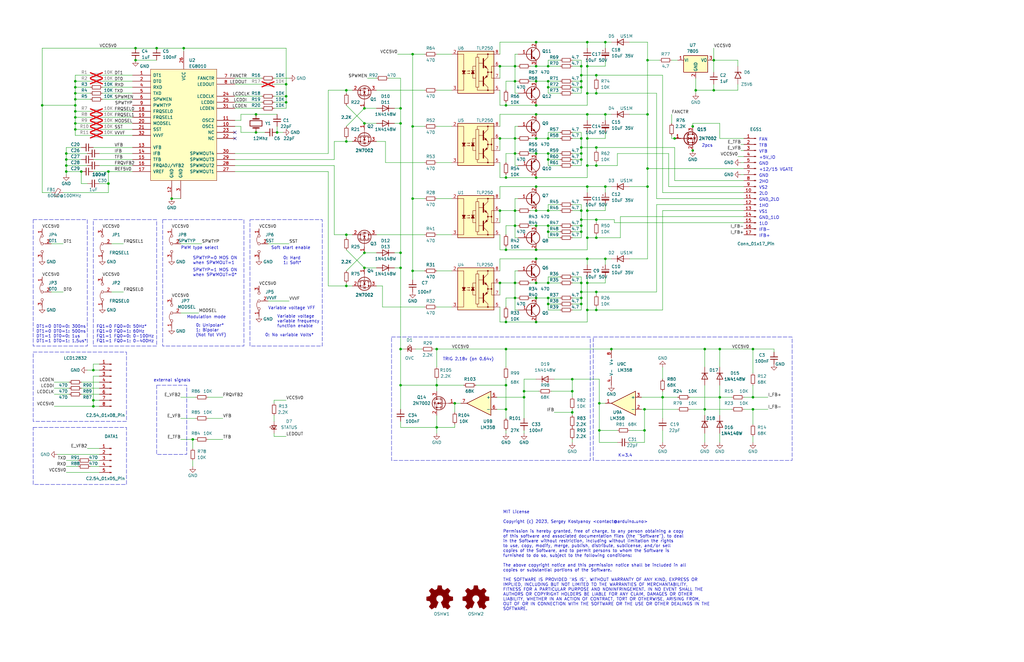
<source format=kicad_sch>
(kicad_sch (version 20230121) (generator eeschema)
  (paper "USLedger")
  (title_block (title "EG8010+TLP250S Sinusoid inverter") (date "2023-10-03") (rev "1") (company "Copyright (c) 2023, Sergey Kostyanoy <contact@arduino.uno>") (comment 1 "THIS DESIGN IS PROVIDED \"AS IS\", WITHOUT WARRANTY OF ANY KIND - MIT License") (comment 2 "More details in the documentation.") (comment 3 "Galvanic Isolation, Driver Amplification, UART, VFB2, and Differential Isense.") (comment 4 "This device replaces the EGS002 driver as well as some inverter parts."))
  (junction (at 168.91 147.32))
  (junction (at 226.06 58.42))
  (junction (at 247.65 130.81))
  (junction (at 27.94 67.31))
  (junction (at 27.94 69.85))
  (junction (at 31.75 34.29))
  (junction (at 226.06 27.94))
  (junction (at 226.06 135.89))
  (junction (at 226.06 78.74))
  (junction (at 107.95 55.88))
  (junction (at 217.17 119.38))
  (junction (at 231.14 67.31))
  (junction (at 217.17 64.77))
  (junction (at 245.11 123.19))
  (junction (at 245.11 58.42))
  (junction (at 251.46 123.19))
  (junction (at 241.3 165.1))
  (junction (at 245.11 119.38))
  (junction (at 247.65 88.9))
  (junction (at 153.67 45.72))
  (junction (at 231.14 58.42))
  (junction (at 226.06 44.45))
  (junction (at 184.15 180.34))
  (junction (at 231.14 88.9))
  (junction (at 168.91 52.07))
  (junction (at 247.65 100.33))
  (junction (at 245.11 34.29))
  (junction (at 257.81 147.32))
  (junction (at 245.11 88.9))
  (junction (at 173.99 83.82))
  (junction (at 251.46 100.33))
  (junction (at 31.75 39.37))
  (junction (at 226.06 74.93))
  (junction (at 66.04 20.32))
  (junction (at 168.91 162.56))
  (junction (at 45.72 77.47))
  (junction (at 217.17 125.73))
  (junction (at 245.11 128.27))
  (junction (at 251.46 31.75))
  (junction (at 226.06 88.9))
  (junction (at 255.27 78.74))
  (junction (at 245.11 27.94))
  (junction (at 210.82 58.42))
  (junction (at 217.17 27.94))
  (junction (at 245.11 125.73))
  (junction (at 251.46 39.37))
  (junction (at 39.37 168.91))
  (junction (at 247.65 119.38))
  (junction (at 226.06 109.22))
  (junction (at 31.75 49.53))
  (junction (at 245.11 92.71))
  (junction (at 72.39 83.82))
  (junction (at 317.5 147.32))
  (junction (at 245.11 64.77))
  (junction (at 31.75 54.61))
  (junction (at 273.05 71.12))
  (junction (at 31.75 52.07))
  (junction (at 213.36 44.45))
  (junction (at 251.46 92.71))
  (junction (at 57.15 20.32))
  (junction (at 45.72 72.39))
  (junction (at 77.47 20.32))
  (junction (at 284.48 58.42))
  (junction (at 217.17 88.9))
  (junction (at 251.46 69.85))
  (junction (at 213.36 172.72))
  (junction (at 153.67 106.68))
  (junction (at 231.14 125.73))
  (junction (at 273.05 48.26))
  (junction (at 120.65 43.18))
  (junction (at 184.15 162.56))
  (junction (at 213.36 74.93))
  (junction (at 27.94 64.77))
  (junction (at 292.1 63.5))
  (junction (at 184.15 147.32))
  (junction (at 146.05 38.1))
  (junction (at 241.3 160.02))
  (junction (at 303.53 147.32))
  (junction (at 251.46 62.23))
  (junction (at 173.99 22.86))
  (junction (at 226.06 105.41))
  (junction (at 57.15 25.4))
  (junction (at 220.98 167.64))
  (junction (at 247.65 58.42))
  (junction (at 231.14 95.25))
  (junction (at 292.1 53.34))
  (junction (at 173.99 114.3))
  (junction (at 153.67 113.03))
  (junction (at 297.18 147.32))
  (junction (at 146.05 120.65))
  (junction (at 120.65 40.64))
  (junction (at 173.99 53.34))
  (junction (at 245.11 62.23))
  (junction (at 17.78 44.45))
  (junction (at 251.46 130.81))
  (junction (at 213.36 135.89))
  (junction (at 247.65 109.22))
  (junction (at 213.36 105.41))
  (junction (at 245.11 67.31))
  (junction (at 146.05 99.06))
  (junction (at 226.06 119.38))
  (junction (at 247.65 27.94))
  (junction (at 217.17 95.25))
  (junction (at 31.75 44.45))
  (junction (at 231.14 119.38))
  (junction (at 34.29 72.39))
  (junction (at 231.14 64.77))
  (junction (at 300.99 25.4))
  (junction (at 317.5 167.64))
  (junction (at 226.06 17.78))
  (junction (at 120.65 35.56))
  (junction (at 279.4 167.64))
  (junction (at 168.91 113.03))
  (junction (at 226.06 125.73))
  (junction (at 271.78 172.72))
  (junction (at 231.14 36.83))
  (junction (at 247.65 39.37))
  (junction (at 245.11 36.83))
  (junction (at 81.28 185.42))
  (junction (at 107.95 48.26))
  (junction (at 226.06 64.77))
  (junction (at 213.36 162.56))
  (junction (at 226.06 95.25))
  (junction (at 247.65 78.74))
  (junction (at 245.11 31.75))
  (junction (at 210.82 27.94))
  (junction (at 217.17 34.29))
  (junction (at 231.14 27.94))
  (junction (at 39.37 171.45))
  (junction (at 255.27 17.78))
  (junction (at 241.3 173.99))
  (junction (at 303.53 167.64))
  (junction (at 297.18 172.72))
  (junction (at 245.11 95.25))
  (junction (at 247.65 69.85))
  (junction (at 245.11 97.79))
  (junction (at 116.84 55.88))
  (junction (at 317.5 172.72))
  (junction (at 39.37 156.21))
  (junction (at 231.14 34.29))
  (junction (at 226.06 34.29))
  (junction (at 300.99 38.1))
  (junction (at 231.14 128.27))
  (junction (at 231.14 97.79))
  (junction (at 293.37 38.1))
  (junction (at 31.75 36.83))
  (junction (at 273.05 78.74))
  (junction (at 273.05 25.4))
  (junction (at 168.91 106.68))
  (junction (at 27.94 72.39))
  (junction (at 31.75 46.99))
  (junction (at 252.73 170.18))
  (junction (at 31.75 41.91))
  (junction (at 217.17 58.42))
  (junction (at 153.67 52.07))
  (junction (at 220.98 165.1))
  (junction (at 168.91 45.72))
  (junction (at 146.05 59.69))
  (junction (at 252.73 181.61))
  (junction (at 226.06 48.26))
  (junction (at 255.27 48.26))
  (junction (at 247.65 17.78))
  (junction (at 210.82 88.9))
  (junction (at 191.77 170.18))
  (junction (at 271.78 181.61))
  (junction (at 255.27 109.22))
  (junction (at 210.82 119.38))
  (junction (at 247.65 48.26))
  (junction (at 213.36 147.32))
  (no_connect (at 99.06 55.88))
  (no_connect (at 99.06 58.42))
  (wire (pts (xy 251.46 62.23) (xy 251.46 63.5)))
  (wire (pts (xy 213.36 38.1) (xy 213.36 34.29)))
  (wire (pts (xy 232.41 165.1) (xy 241.3 165.1)))
  (wire (pts (xy 210.82 53.34) (xy 210.82 48.26)))
  (wire (pts (xy 191.77 179.07) (xy 191.77 180.34)))
  (wire (pts (xy 223.52 27.94) (xy 226.06 27.94)))
  (wire (pts (xy 45.72 81.28) (xy 45.72 77.47)))
  (wire (pts (xy 39.37 168.91) (xy 39.37 158.75)))
  (wire (pts (xy 252.73 170.18) (xy 255.27 170.18)))
  (wire (pts (xy 245.11 100.33) (xy 245.11 97.79)))
  (wire (pts (xy 231.14 25.4) (xy 231.14 27.94)))
  (wire (pts (xy 52.07 102.87) (xy 46.99 102.87)))
  (wire (pts (xy 247.65 135.89) (xy 247.65 130.81)))
  (wire (pts (xy 236.22 125.73) (xy 231.14 125.73)))
  (wire (pts (xy 168.91 180.34) (xy 184.15 180.34)))
  (wire (pts (xy 213.36 43.18) (xy 213.36 44.45)))
  (wire (pts (xy 146.05 58.42) (xy 146.05 59.69)))
  (wire (pts (xy 251.46 69.85) (xy 260.35 69.85)))
  (wire (pts (xy 303.53 58.42) (xy 313.69 58.42)))
  (wire (pts (xy 247.65 130.81) (xy 251.46 130.81)))
  (wire (pts (xy 22.86 166.37) (xy 29.21 166.37)))
  (wire (pts (xy 255.27 48.26) (xy 257.81 48.26)))
  (wire (pts (xy 326.39 147.32) (xy 326.39 148.59)))
  (wire (pts (xy 247.65 78.74) (xy 255.27 78.74)))
  (wire (pts (xy 179.07 22.86) (xy 173.99 22.86)))
  (wire (pts (xy 168.91 177.8) (xy 168.91 180.34)))
  (wire (pts (xy 146.05 99.06) (xy 148.59 99.06)))
  (wire (pts (xy 210.82 105.41) (xy 213.36 105.41)))
  (wire (pts (xy 210.82 22.86) (xy 210.82 17.78)))
  (wire (pts (xy 213.36 74.93) (xy 226.06 74.93)))
  (wire (pts (xy 226.06 44.45) (xy 247.65 44.45)))
  (wire (pts (xy 303.53 167.64) (xy 303.53 175.26)))
  (wire (pts (xy 43.18 36.83) (xy 55.88 36.83)))
  (wire (pts (xy 312.42 73.66) (xy 313.69 73.66)))
  (wire (pts (xy 107.95 55.88) (xy 111.76 55.88)))
  (wire (pts (xy 241.3 55.88) (xy 245.11 55.88)))
  (wire (pts (xy 276.86 86.36) (xy 313.69 86.36)))
  (wire (pts (xy 303.53 58.42) (xy 303.53 52.07)))
  (wire (pts (xy 217.17 69.85) (xy 218.44 69.85)))
  (wire (pts (xy 273.05 48.26) (xy 273.05 71.12)))
  (wire (pts (xy 173.99 114.3) (xy 173.99 118.11)))
  (wire (pts (xy 184.15 114.3) (xy 190.5 114.3)))
  (wire (pts (xy 247.65 88.9) (xy 255.27 88.9)))
  (wire (pts (xy 218.44 64.77) (xy 217.17 64.77)))
  (wire (pts (xy 213.36 125.73) (xy 217.17 125.73)))
  (wire (pts (xy 217.17 22.86) (xy 218.44 22.86)))
  (wire (pts (xy 279.4 181.61) (xy 279.4 186.69)))
  (wire (pts (xy 210.82 83.82) (xy 210.82 78.74)))
  (wire (pts (xy 45.72 77.47) (xy 45.72 72.39)))
  (wire (pts (xy 210.82 17.78) (xy 226.06 17.78)))
  (wire (pts (xy 273.05 71.12) (xy 313.69 71.12)))
  (wire (pts (xy 251.46 31.75) (xy 251.46 33.02)))
  (wire (pts (xy 311.15 27.94) (xy 311.15 25.4)))
  (wire (pts (xy 99.06 53.34) (xy 101.6 53.34)))
  (wire (pts (xy 43.18 54.61) (xy 55.88 54.61)))
  (wire (pts (xy 168.91 147.32) (xy 170.18 147.32)))
  (wire (pts (xy 317.5 172.72) (xy 317.5 179.07)))
  (wire (pts (xy 140.97 67.31) (xy 140.97 59.69)))
  (wire (pts (xy 279.4 165.1) (xy 279.4 167.64)))
  (wire (pts (xy 217.17 88.9) (xy 217.17 83.82)))
  (wire (pts (xy 297.18 172.72) (xy 290.83 172.72)))
  (wire (pts (xy 293.37 38.1) (xy 293.37 39.37)))
  (wire (pts (xy 31.75 46.99) (xy 31.75 49.53)))
  (wire (pts (xy 217.17 34.29) (xy 217.17 39.37)))
  (wire (pts (xy 300.99 38.1) (xy 300.99 35.56)))
  (wire (pts (xy 279.4 88.9) (xy 313.69 88.9)))
  (wire (pts (xy 39.37 171.45) (xy 39.37 168.91)))
  (wire (pts (xy 276.86 123.19) (xy 276.86 86.36)))
  (wire (pts (xy 326.39 147.32) (xy 317.5 147.32)))
  (wire (pts (xy 77.47 20.32) (xy 66.04 20.32)))
  (wire (pts (xy 317.5 186.69) (xy 317.5 184.15)))
  (wire (pts (xy 247.65 55.88) (xy 247.65 58.42)))
  (wire (pts (xy 41.91 69.85) (xy 55.88 69.85)))
  (wire (pts (xy 34.29 77.47) (xy 34.29 72.39)))
  (wire (pts (xy 210.82 78.74) (xy 226.06 78.74)))
  (wire (pts (xy 241.3 119.38) (xy 245.11 119.38)))
  (wire (pts (xy 210.82 99.06) (xy 210.82 105.41)))
  (wire (pts (xy 52.07 123.19) (xy 46.99 123.19)))
  (wire (pts (xy 27.94 69.85) (xy 36.83 69.85)))
  (wire (pts (xy 26.67 102.87) (xy 21.59 102.87)))
  (wire (pts (xy 115.57 184.15) (xy 115.57 182.88)))
  (wire (pts (xy 184.15 160.02) (xy 184.15 162.56)))
  (wire (pts (xy 273.05 78.74) (xy 273.05 109.22)))
  (wire (pts (xy 184.15 162.56) (xy 184.15 165.1)))
  (wire (pts (xy 217.17 100.33) (xy 218.44 100.33)))
  (wire (pts (xy 41.91 194.31) (xy 38.1 194.31)))
  (wire (pts (xy 297.18 172.72) (xy 308.61 172.72)))
  (wire (pts (xy 87.63 176.53) (xy 93.98 176.53)))
  (wire (pts (xy 115.57 45.72) (xy 120.65 45.72)))
  (wire (pts (xy 292.1 52.07) (xy 292.1 53.34)))
  (wire (pts (xy 36.83 77.47) (xy 34.29 77.47)))
  (wire (pts (xy 210.82 48.26) (xy 226.06 48.26)))
  (wire (pts (xy 241.3 86.36) (xy 245.11 86.36)))
  (wire (pts (xy 247.65 78.74) (xy 247.65 81.28)))
  (wire (pts (xy 31.75 41.91) (xy 31.75 44.45)))
  (wire (pts (xy 146.05 120.65) (xy 148.59 120.65)))
  (wire (pts (xy 41.91 158.75) (xy 39.37 158.75)))
  (wire (pts (xy 31.75 52.07) (xy 31.75 54.61)))
  (wire (pts (xy 210.82 135.89) (xy 213.36 135.89)))
  (wire (pts (xy 210.82 129.54) (xy 210.82 135.89)))
  (wire (pts (xy 247.65 116.84) (xy 247.65 119.38)))
  (wire (pts (xy 162.56 59.69) (xy 162.56 68.58)))
  (wire (pts (xy 27.94 62.23) (xy 27.94 64.77)))
  (wire (pts (xy 146.05 44.45) (xy 153.67 52.07)))
  (wire (pts (xy 236.22 116.84) (xy 231.14 116.84)))
  (wire (pts (xy 175.26 147.32) (xy 177.8 147.32)))
  (wire (pts (xy 27.94 72.39) (xy 34.29 72.39)))
  (wire (pts (xy 162.56 68.58) (xy 179.07 68.58)))
  (wire (pts (xy 217.17 95.25) (xy 217.17 100.33)))
  (wire (pts (xy 226.06 88.9) (xy 231.14 88.9)))
  (wire (pts (xy 43.18 52.07) (xy 55.88 52.07)))
  (wire (pts (xy 245.11 130.81) (xy 245.11 128.27)))
  (wire (pts (xy 241.3 172.72) (xy 241.3 173.99)))
  (wire (pts (xy 265.43 186.69) (xy 271.78 186.69)))
  (wire (pts (xy 245.11 88.9) (xy 245.11 92.71)))
  (wire (pts (xy 300.99 25.4) (xy 311.15 25.4)))
  (wire (pts (xy 303.53 147.32) (xy 303.53 154.94)))
  (wire (pts (xy 99.06 69.85) (xy 140.97 69.85)))
  (wire (pts (xy 76.2 167.64) (xy 82.55 167.64)))
  (wire (pts (xy 279.4 154.94) (xy 279.4 160.02)))
  (wire (pts (xy 226.06 125.73) (xy 231.14 125.73)))
  (wire (pts (xy 158.75 59.69) (xy 162.56 59.69)))
  (wire (pts (xy 265.43 181.61) (xy 271.78 181.61)))
  (wire (pts (xy 31.75 39.37) (xy 31.75 41.91)))
  (wire (pts (xy 251.46 31.75) (xy 279.4 31.75)))
  (wire (pts (xy 255.27 109.22) (xy 257.81 109.22)))
  (wire (pts (xy 231.14 67.31) (xy 236.22 67.31)))
  (wire (pts (xy 27.94 69.85) (xy 27.94 72.39)))
  (wire (pts (xy 271.78 181.61) (xy 271.78 172.72)))
  (wire (pts (xy 210.82 58.42) (xy 210.82 63.5)))
  (wire (pts (xy 210.82 114.3) (xy 210.82 109.22)))
  (wire (pts (xy 27.94 67.31) (xy 34.29 67.31)))
  (wire (pts (xy 146.05 53.34) (xy 153.67 45.72)))
  (wire (pts (xy 217.17 58.42) (xy 217.17 64.77)))
  (wire (pts (xy 261.62 100.33) (xy 261.62 91.44)))
  (wire (pts (xy 213.36 154.94) (xy 213.36 147.32)))
  (wire (pts (xy 217.17 88.9) (xy 217.17 95.25)))
  (wire (pts (xy 223.52 58.42) (xy 226.06 58.42)))
  (wire (pts (xy 146.05 119.38) (xy 146.05 120.65)))
  (wire (pts (xy 241.3 186.69) (xy 241.3 185.42)))
  (wire (pts (xy 245.11 39.37) (xy 245.11 36.83)))
  (wire (pts (xy 173.99 83.82) (xy 179.07 83.82)))
  (wire (pts (xy 57.15 20.32) (xy 66.04 20.32)))
  (wire (pts (xy 226.06 58.42) (xy 231.14 58.42)))
  (wire (pts (xy 77.47 21.59) (xy 77.47 20.32)))
  (wire (pts (xy 265.43 17.78) (xy 273.05 17.78)))
  (wire (pts (xy 251.46 92.71) (xy 259.08 92.71)))
  (wire (pts (xy 213.36 105.41) (xy 226.06 105.41)))
  (wire (pts (xy 245.11 119.38) (xy 245.11 123.19)))
  (wire (pts (xy 173.99 53.34) (xy 179.07 53.34)))
  (wire (pts (xy 265.43 109.22) (xy 273.05 109.22)))
  (wire (pts (xy 273.05 25.4) (xy 273.05 48.26)))
  (wire (pts (xy 247.65 44.45) (xy 247.65 39.37)))
  (wire (pts (xy 217.17 130.81) (xy 218.44 130.81)))
  (wire (pts (xy 236.22 55.88) (xy 231.14 55.88)))
  (wire (pts (xy 210.82 27.94) (xy 217.17 27.94)))
  (wire (pts (xy 255.27 27.94) (xy 255.27 25.4)))
  (wire (pts (xy 247.65 39.37) (xy 247.65 27.94)))
  (wire (pts (xy 87.63 167.64) (xy 93.98 167.64)))
  (wire (pts (xy 213.36 95.25) (xy 217.17 95.25)))
  (wire (pts (xy 223.52 88.9) (xy 226.06 88.9)))
  (wire (pts (xy 247.65 109.22) (xy 247.65 111.76)))
  (wire (pts (xy 265.43 48.26) (xy 273.05 48.26)))
  (wire (pts (xy 255.27 17.78) (xy 257.81 17.78)))
  (wire (pts (xy 121.92 102.87) (xy 113.03 102.87)))
  (wire (pts (xy 218.44 27.94) (xy 217.17 27.94)))
  (wire (pts (xy 168.91 33.02) (xy 168.91 45.72)))
  (wire (pts (xy 231.14 130.81) (xy 236.22 130.81)))
  (wire (pts (xy 226.06 64.77) (xy 231.14 64.77)))
  (wire (pts (xy 293.37 33.02) (xy 293.37 38.1)))
  (wire (pts (xy 281.94 78.74) (xy 313.69 78.74)))
  (wire (pts (xy 213.36 104.14) (xy 213.36 105.41)))
  (wire (pts (xy 213.36 73.66) (xy 213.36 74.93)))
  (wire (pts (xy 231.14 119.38) (xy 236.22 119.38)))
  (wire (pts (xy 43.18 34.29) (xy 55.88 34.29)))
  (wire (pts (xy 43.18 39.37) (xy 55.88 39.37)))
  (wire (pts (xy 27.94 196.85) (xy 33.02 196.85)))
  (wire (pts (xy 116.84 53.34) (xy 116.84 55.88)))
  (wire (pts (xy 161.29 129.54) (xy 179.07 129.54)))
  (wire (pts (xy 173.99 83.82) (xy 173.99 114.3)))
  (wire (pts (xy 27.94 67.31) (xy 27.94 69.85)))
  (wire (pts (xy 120.65 168.91) (xy 115.57 168.91)))
  (wire (pts (xy 213.36 34.29) (xy 217.17 34.29)))
  (wire (pts (xy 220.98 167.64) (xy 220.98 176.53)))
  (wire (pts (xy 31.75 57.15) (xy 38.1 57.15)))
  (wire (pts (xy 251.46 39.37) (xy 251.46 38.1)))
  (wire (pts (xy 223.52 125.73) (xy 226.06 125.73)))
  (wire (pts (xy 43.18 49.53) (xy 55.88 49.53)))
  (wire (pts (xy 115.57 35.56) (xy 120.65 35.56)))
  (wire (pts (xy 285.75 172.72) (xy 271.78 172.72)))
  (wire (pts (xy 300.99 25.4) (xy 300.99 30.48)))
  (wire (pts (xy 184.15 53.34) (xy 190.5 53.34)))
  (wire (pts (xy 255.27 111.76) (xy 255.27 109.22)))
  (wire (pts (xy 213.36 172.72) (xy 209.55 172.72)))
  (wire (pts (xy 255.27 119.38) (xy 255.27 116.84)))
  (wire (pts (xy 210.82 38.1) (xy 210.82 44.45)))
  (wire (pts (xy 245.11 67.31) (xy 245.11 64.77)))
  (wire (pts (xy 218.44 95.25) (xy 217.17 95.25)))
  (wire (pts (xy 231.14 97.79) (xy 231.14 100.33)))
  (wire (pts (xy 161.29 120.65) (xy 161.29 129.54)))
  (wire (pts (xy 226.06 135.89) (xy 247.65 135.89)))
  (wire (pts (xy 101.6 53.34) (xy 101.6 55.88)))
  (wire (pts (xy 251.46 130.81) (xy 251.46 129.54)))
  (wire (pts (xy 115.57 177.8) (xy 115.57 175.26)))
  (wire (pts (xy 231.14 39.37) (xy 236.22 39.37)))
  (wire (pts (xy 231.14 36.83) (xy 231.14 39.37)))
  (wire (pts (xy 245.11 92.71) (xy 245.11 95.25)))
  (wire (pts (xy 217.17 83.82) (xy 218.44 83.82)))
  (wire (pts (xy 168.91 106.68) (xy 168.91 113.03)))
  (wire (pts (xy 153.67 52.07) (xy 158.75 52.07)))
  (wire (pts (xy 251.46 39.37) (xy 276.86 39.37)))
  (wire (pts (xy 241.3 100.33) (xy 245.11 100.33)))
  (wire (pts (xy 255.27 50.8) (xy 255.27 48.26)))
  (wire (pts (xy 231.14 86.36) (xy 231.14 88.9)))
  (wire (pts (xy 231.14 34.29) (xy 231.14 36.83)))
  (wire (pts (xy 284.48 76.2) (xy 313.69 76.2)))
  (wire (pts (xy 184.15 180.34) (xy 184.15 175.26)))
  (wire (pts (xy 76.2 176.53) (xy 82.55 176.53)))
  (wire (pts (xy 72.39 83.82) (xy 76.2 83.82)))
  (wire (pts (xy 173.99 114.3) (xy 179.07 114.3)))
  (wire (pts (xy 210.82 44.45) (xy 213.36 44.45)))
  (wire (pts (xy 31.75 34.29) (xy 31.75 36.83)))
  (wire (pts (xy 245.11 128.27) (xy 245.11 125.73)))
  (wire (pts (xy 39.37 67.31) (xy 55.88 67.31)))
  (wire (pts (xy 233.68 173.99) (xy 241.3 173.99)))
  (wire (pts (xy 231.14 116.84) (xy 231.14 119.38)))
  (wire (pts (xy 158.75 38.1) (xy 179.07 38.1)))
  (wire (pts (xy 241.3 130.81) (xy 245.11 130.81)))
  (wire (pts (xy 303.53 162.56) (xy 303.53 167.64)))
  (wire (pts (xy 241.3 97.79) (xy 245.11 97.79)))
  (wire (pts (xy 218.44 125.73) (xy 217.17 125.73)))
  (wire (pts (xy 39.37 72.39) (xy 45.72 72.39)))
  (wire (pts (xy 213.36 129.54) (xy 213.36 125.73)))
  (wire (pts (xy 213.36 162.56) (xy 200.66 162.56)))
  (wire (pts (xy 231.14 55.88) (xy 231.14 58.42)))
  (wire (pts (xy 245.11 88.9) (xy 245.11 86.36)))
  (wire (pts (xy 218.44 119.38) (xy 217.17 119.38)))
  (wire (pts (xy 146.05 39.37) (xy 146.05 38.1)))
  (wire (pts (xy 217.17 114.3) (xy 218.44 114.3)))
  (wire (pts (xy 259.08 93.98) (xy 313.69 93.98)))
  (wire (pts (xy 231.14 64.77) (xy 231.14 67.31)))
  (wire (pts (xy 223.52 34.29) (xy 226.06 34.29)))
  (wire (pts (xy 241.3 69.85) (xy 245.11 69.85)))
  (wire (pts (xy 231.14 128.27) (xy 231.14 130.81)))
  (wire (pts (xy 260.35 69.85) (xy 260.35 64.77)))
  (wire (pts (xy 220.98 160.02) (xy 220.98 165.1)))
  (wire (pts (xy 283.21 57.15) (xy 283.21 58.42)))
  (wire (pts (xy 241.3 175.26) (xy 241.3 173.99)))
  (wire (pts (xy 138.43 64.77) (xy 138.43 38.1)))
  (wire (pts (xy 210.82 88.9) (xy 210.82 93.98)))
  (wire (pts (xy 81.28 185.42) (xy 81.28 189.23)))
  (wire (pts (xy 218.44 88.9) (xy 217.17 88.9)))
  (wire (pts (xy 251.46 123.19) (xy 251.46 124.46)))
  (wire (pts (xy 260.35 186.69) (xy 252.73 186.69)))
  (wire (pts (xy 34.29 62.23) (xy 27.94 62.23)))
  (wire (pts (xy 173.99 53.34) (xy 173.99 83.82)))
  (wire (pts (xy 31.75 34.29) (xy 38.1 34.29)))
  (wire (pts (xy 34.29 166.37) (xy 41.91 166.37)))
  (wire (pts (xy 312.42 63.5) (xy 313.69 63.5)))
  (wire (pts (xy 251.46 62.23) (xy 284.48 62.23)))
  (wire (pts (xy 236.22 86.36) (xy 231.14 86.36)))
  (wire (pts (xy 210.82 88.9) (xy 217.17 88.9)))
  (wire (pts (xy 31.75 44.45) (xy 31.75 46.99)))
  (wire (pts (xy 43.18 46.99) (xy 55.88 46.99)))
  (wire (pts (xy 247.65 109.22) (xy 255.27 109.22)))
  (wire (pts (xy 283.21 58.42) (xy 284.48 58.42)))
  (wire (pts (xy 245.11 31.75) (xy 251.46 31.75)))
  (wire (pts (xy 34.29 163.83) (xy 41.91 163.83)))
  (wire (pts (xy 236.22 95.25) (xy 231.14 95.25)))
  (wire (pts (xy 41.91 153.67) (xy 39.37 153.67)))
  (wire (pts (xy 247.65 48.26) (xy 255.27 48.26)))
  (wire (pts (xy 39.37 62.23) (xy 55.88 62.23)))
  (wire (pts (xy 252.73 160.02) (xy 252.73 170.18)))
  (wire (pts (xy 210.82 119.38) (xy 210.82 124.46)))
  (wire (pts (xy 45.72 72.39) (xy 55.88 72.39)))
  (wire (pts (xy 255.27 20.32) (xy 255.27 17.78)))
  (wire (pts (xy 213.36 44.45) (xy 226.06 44.45)))
  (wire (pts (xy 116.84 55.88) (xy 119.38 55.88)))
  (wire (pts (xy 285.75 167.64) (xy 279.4 167.64)))
  (wire (pts (xy 252.73 186.69) (xy 252.73 181.61)))
  (wire (pts (xy 17.78 44.45) (xy 31.75 44.45)))
  (wire (pts (xy 173.99 22.86) (xy 173.99 53.34)))
  (wire (pts (xy 99.06 33.02) (xy 110.49 33.02)))
  (wire (pts (xy 231.14 128.27) (xy 236.22 128.27)))
  (wire (pts (xy 31.75 39.37) (xy 38.1 39.37)))
  (wire (pts (xy 191.77 180.34) (xy 184.15 180.34)))
  (wire (pts (xy 217.17 27.94) (xy 217.17 22.86)))
  (wire (pts (xy 31.75 46.99) (xy 38.1 46.99)))
  (wire (pts (xy 241.3 34.29) (xy 245.11 34.29)))
  (wire (pts (xy 138.43 38.1) (xy 146.05 38.1)))
  (wire (pts (xy 217.17 119.38) (xy 217.17 114.3)))
  (wire (pts (xy 213.36 64.77) (xy 217.17 64.77)))
  (wire (pts (xy 146.05 38.1) (xy 148.59 38.1)))
  (wire (pts (xy 101.6 50.8) (xy 101.6 48.26)))
  (wire (pts (xy 217.17 53.34) (xy 218.44 53.34)))
  (wire (pts (xy 233.68 160.02) (xy 241.3 160.02)))
  (wire (pts (xy 284.48 62.23) (xy 284.48 76.2)))
  (wire (pts (xy 271.78 172.72) (xy 270.51 172.72)))
  (wire (pts (xy 182.88 147.32) (xy 184.15 147.32)))
  (wire (pts (xy 184.15 147.32) (xy 213.36 147.32)))
  (wire (pts (xy 27.94 64.77) (xy 27.94 67.31)))
  (wire (pts (xy 220.98 165.1) (xy 220.98 167.64)))
  (wire (pts (xy 99.06 50.8) (xy 101.6 50.8)))
  (wire (pts (xy 226.06 109.22) (xy 247.65 109.22)))
  (wire (pts (xy 168.91 52.07) (xy 166.37 52.07)))
  (wire (pts (xy 231.14 100.33) (xy 236.22 100.33)))
  (wire (pts (xy 241.3 95.25) (xy 245.11 95.25)))
  (wire (pts (xy 107.95 48.26) (xy 116.84 48.26)))
  (wire (pts (xy 255.27 88.9) (xy 255.27 86.36)))
  (wire (pts (xy 220.98 167.64) (xy 209.55 167.64)))
  (wire (pts (xy 226.06 34.29) (xy 231.14 34.29)))
  (wire (pts (xy 226.06 160.02) (xy 220.98 160.02)))
  (wire (pts (xy 303.53 147.32) (xy 317.5 147.32)))
  (wire (pts (xy 213.36 68.58) (xy 213.36 64.77)))
  (wire (pts (xy 168.91 45.72) (xy 168.91 52.07)))
  (wire (pts (xy 166.37 45.72) (xy 168.91 45.72)))
  (wire (pts (xy 99.06 67.31) (xy 140.97 67.31)))
  (wire (pts (xy 223.52 119.38) (xy 226.06 119.38)))
  (wire (pts (xy 226.06 78.74) (xy 247.65 78.74)))
  (wire (pts (xy 273.05 25.4) (xy 278.13 25.4)))
  (wire (pts (xy 213.36 135.89) (xy 226.06 135.89)))
  (wire (pts (xy 41.91 196.85) (xy 38.1 196.85)))
  (wire (pts (xy 226.06 48.26) (xy 247.65 48.26)))
  (wire (pts (xy 99.06 40.64) (xy 110.49 40.64)))
  (wire (pts (xy 241.3 88.9) (xy 245.11 88.9)))
  (wire (pts (xy 210.82 119.38) (xy 217.17 119.38)))
  (wire (pts (xy 120.65 40.64) (xy 120.65 43.18)))
  (wire (pts (xy 121.92 33.02) (xy 115.57 33.02)))
  (wire (pts (xy 153.67 113.03) (xy 158.75 113.03)))
  (wire (pts (xy 31.75 41.91) (xy 38.1 41.91)))
  (wire (pts (xy 283.21 25.4) (xy 285.75 25.4)))
  (wire (pts (xy 251.46 130.81) (xy 279.4 130.81)))
  (wire (pts (xy 247.65 25.4) (xy 247.65 27.94)))
  (wire (pts (xy 166.37 106.68) (xy 168.91 106.68)))
  (wire (pts (xy 317.5 162.56) (xy 317.5 167.64)))
  (wire (pts (xy 247.65 69.85) (xy 251.46 69.85)))
  (wire (pts (xy 154.94 33.02) (xy 158.75 33.02)))
  (wire (pts (xy 17.78 20.32) (xy 17.78 44.45)))
  (wire (pts (xy 31.75 31.75) (xy 31.75 34.29)))
  (wire (pts (xy 276.86 39.37) (xy 276.86 83.82)))
  (wire (pts (xy 313.69 167.64) (xy 317.5 167.64)))
  (wire (pts (xy 255.27 81.28) (xy 255.27 78.74)))
  (wire (pts (xy 245.11 92.71) (xy 251.46 92.71)))
  (wire (pts (xy 76.2 185.42) (xy 81.28 185.42)))
  (wire (pts (xy 247.65 17.78) (xy 255.27 17.78)))
  (wire (pts (xy 245.11 97.79) (xy 245.11 95.25)))
  (wire (pts (xy 210.82 74.93) (xy 213.36 74.93)))
  (wire (pts (xy 241.3 128.27) (xy 245.11 128.27)))
  (wire (pts (xy 120.65 20.32) (xy 77.47 20.32)))
  (wire (pts (xy 41.91 156.21) (xy 39.37 156.21)))
  (wire (pts (xy 226.06 17.78) (xy 247.65 17.78)))
  (wire (pts (xy 31.75 54.61) (xy 31.75 57.15)))
  (wire (pts (xy 300.99 20.32) (xy 300.99 25.4)))
  (wire (pts (xy 312.42 68.58) (xy 313.69 68.58)))
  (wire (pts (xy 99.06 35.56) (xy 110.49 35.56)))
  (wire (pts (xy 245.11 31.75) (xy 245.11 34.29)))
  (wire (pts (xy 184.15 38.1) (xy 190.5 38.1)))
  (wire (pts (xy 231.14 95.25) (xy 231.14 97.79)))
  (wire (pts (xy 81.28 194.31) (xy 81.28 196.85)))
  (wire (pts (xy 231.14 69.85) (xy 236.22 69.85)))
  (wire (pts (xy 283.21 52.07) (xy 283.21 48.26)))
  (wire (pts (xy 120.65 35.56) (xy 120.65 40.64)))
  (wire (pts (xy 57.15 25.4) (xy 66.04 25.4)))
  (wire (pts (xy 41.91 77.47) (xy 45.72 77.47)))
  (wire (pts (xy 184.15 68.58) (xy 190.5 68.58)))
  (wire (pts (xy 31.75 49.53) (xy 31.75 52.07)))
  (wire (pts (xy 31.75 36.83) (xy 31.75 39.37)))
  (wire (pts (xy 17.78 81.28) (xy 21.59 81.28)))
  (wire (pts (xy 158.75 99.06) (xy 179.07 99.06)))
  (wire (pts (xy 213.36 162.56) (xy 213.36 172.72)))
  (wire (pts (xy 17.78 44.45) (xy 17.78 81.28)))
  (wire (pts (xy 245.11 58.42) (xy 245.11 55.88)))
  (wire (pts (xy 245.11 119.38) (xy 245.11 116.84)))
  (wire (pts (xy 39.37 171.45) (xy 22.86 171.45)))
  (wire (pts (xy 271.78 186.69) (xy 271.78 181.61)))
  (wire (pts (xy 317.5 172.72) (xy 313.69 172.72)))
  (wire (pts (xy 87.63 185.42) (xy 93.98 185.42)))
  (wire (pts (xy 210.82 109.22) (xy 226.06 109.22)))
  (wire (pts (xy 247.65 74.93) (xy 247.65 69.85)))
  (wire (pts (xy 255.27 78.74) (xy 257.81 78.74)))
  (wire (pts (xy 245.11 123.19) (xy 245.11 125.73)))
  (wire (pts (xy 213.36 147.32) (xy 257.81 147.32)))
  (wire (pts (xy 226.06 119.38) (xy 231.14 119.38)))
  (wire (pts (xy 43.18 57.15) (xy 55.88 57.15)))
  (wire (pts (xy 247.65 17.78) (xy 247.65 20.32)))
  (wire (pts (xy 153.67 106.68) (xy 158.75 106.68)))
  (wire (pts (xy 168.91 147.32) (xy 168.91 162.56)))
  (wire (pts (xy 217.17 125.73) (xy 217.17 130.81)))
  (wire (pts (xy 251.46 100.33) (xy 251.46 99.06)))
  (wire (pts (xy 99.06 64.77) (xy 138.43 64.77)))
  (wire (pts (xy 251.46 69.85) (xy 251.46 68.58)))
  (wire (pts (xy 213.36 134.62) (xy 213.36 135.89)))
  (wire (pts (xy 41.91 199.39) (xy 27.94 199.39)))
  (wire (pts (xy 146.05 105.41) (xy 153.67 113.03)))
  (wire (pts (xy 259.08 92.71) (xy 259.08 93.98)))
  (wire (pts (xy 220.98 181.61) (xy 220.98 182.88)))
  (wire (pts (xy 241.3 39.37) (xy 245.11 39.37)))
  (wire (pts (xy 213.36 160.02) (xy 213.36 162.56)))
  (wire (pts (xy 168.91 113.03) (xy 166.37 113.03)))
  (wire (pts (xy 231.14 27.94) (xy 236.22 27.94)))
  (wire (pts (xy 194.31 170.18) (xy 191.77 170.18)))
  (wire (pts (xy 231.14 88.9) (xy 236.22 88.9)))
  (wire (pts (xy 120.65 43.18) (xy 120.65 45.72)))
  (wire (pts (xy 213.36 99.06) (xy 213.36 95.25)))
  (wire (pts (xy 168.91 52.07) (xy 168.91 106.68)))
  (wire (pts (xy 247.65 100.33) (xy 251.46 100.33)))
  (wire (pts (xy 43.18 31.75) (xy 55.88 31.75)))
  (wire (pts (xy 31.75 49.53) (xy 38.1 49.53)))
  (wire (pts (xy 303.53 182.88) (xy 303.53 186.69)))
  (wire (pts (xy 313.69 81.28) (xy 279.4 81.28)))
  (wire (pts (xy 297.18 182.88) (xy 297.18 186.69)))
  (wire (pts (xy 245.11 69.85) (xy 245.11 67.31)))
  (wire (pts (xy 303.53 147.32) (xy 297.18 147.32)))
  (wire (pts (xy 217.17 64.77) (xy 217.17 69.85)))
  (wire (pts (xy 279.4 167.64) (xy 270.51 167.64)))
  (wire (pts (xy 231.14 125.73) (xy 231.14 128.27)))
  (wire (pts (xy 241.3 160.02) (xy 241.3 165.1)))
  (wire (pts (xy 241.3 165.1) (xy 241.3 167.64)))
  (wire (pts (xy 252.73 181.61) (xy 252.73 170.18)))
  (wire (pts (xy 184.15 129.54) (xy 190.5 129.54)))
  (wire (pts (xy 245.11 36.83) (xy 245.11 34.29)))
  (wire (pts (xy 153.67 45.72) (xy 158.75 45.72)))
  (wire (pts (xy 85.09 102.87) (xy 76.2 102.87)))
  (wire (pts (xy 26.67 81.28) (xy 45.72 81.28)))
  (wire (pts (xy 293.37 38.1) (xy 300.99 38.1)))
  (wire (pts (xy 245.11 27.94) (xy 245.11 31.75)))
  (wire (pts (xy 231.14 58.42) (xy 236.22 58.42)))
  (wire (pts (xy 31.75 52.07) (xy 38.1 52.07)))
  (wire (pts (xy 31.75 54.61) (xy 38.1 54.61)))
  (wire (pts (xy 210.82 58.42) (xy 217.17 58.42)))
  (wire (pts (xy 17.78 20.32) (xy 57.15 20.32)))
  (wire (pts (xy 210.82 68.58) (xy 210.82 74.93)))
  (wire (pts (xy 217.17 39.37) (xy 218.44 39.37)))
  (wire (pts (xy 36.83 189.23) (xy 41.91 189.23)))
  (wire (pts (xy 138.43 72.39) (xy 138.43 120.65)))
  (wire (pts (xy 184.15 180.34) (xy 184.15 182.88)))
  (wire (pts (xy 168.91 162.56) (xy 184.15 162.56)))
  (wire (pts (xy 260.35 181.61) (xy 252.73 181.61)))
  (wire (pts (xy 115.57 168.91) (xy 115.57 170.18)))
  (wire (pts (xy 236.22 25.4) (xy 231.14 25.4)))
  (wire (pts (xy 241.3 36.83) (xy 245.11 36.83)))
  (wire (pts (xy 39.37 156.21) (xy 36.83 156.21)))
  (wire (pts (xy 167.64 22.86) (xy 173.99 22.86)))
  (wire (pts (xy 226.06 27.94) (xy 231.14 27.94)))
  (wire (pts (xy 245.11 123.19) (xy 251.46 123.19)))
  (wire (pts (xy 241.3 160.02) (xy 252.73 160.02)))
  (wire (pts (xy 101.6 55.88) (xy 107.95 55.88)))
  (wire (pts (xy 279.4 130.81) (xy 279.4 88.9)))
  (wire (pts (xy 146.05 114.3) (xy 153.67 106.68)))
  (wire (pts (xy 115.57 40.64) (xy 120.65 40.64)))
  (wire (pts (xy 217.17 119.38) (xy 217.17 125.73)))
  (wire (pts (xy 184.15 83.82) (xy 190.5 83.82)))
  (wire (pts (xy 255.27 58.42) (xy 255.27 55.88)))
  (wire (pts (xy 38.1 31.75) (xy 31.75 31.75)))
  (wire (pts (xy 300.99 38.1) (xy 311.15 38.1)))
  (wire (pts (xy 191.77 170.18) (xy 191.77 173.99)))
  (wire (pts (xy 168.91 162.56) (xy 168.91 172.72)))
  (wire (pts (xy 281.94 64.77) (xy 281.94 78.74)))
  (wire (pts (xy 260.35 64.77) (xy 281.94 64.77)))
  (wire (pts (xy 241.3 64.77) (xy 245.11 64.77)))
  (wire (pts (xy 276.86 83.82) (xy 313.69 83.82)))
  (wire (pts (xy 218.44 34.29) (xy 217.17 34.29)))
  (wire (pts (xy 140.97 59.69) (xy 146.05 59.69)))
  (wire (pts (xy 297.18 172.72) (xy 297.18 175.26)))
  (wire (pts (xy 311.15 35.56) (xy 311.15 38.1)))
  (wire (pts (xy 241.3 27.94) (xy 245.11 27.94)))
  (wire (pts (xy 27.94 194.31) (xy 33.02 194.31)))
  (wire (pts (xy 120.65 184.15) (xy 115.57 184.15)))
  (wire (pts (xy 297.18 162.56) (xy 297.18 172.72)))
  (wire (pts (xy 99.06 72.39) (xy 138.43 72.39)))
  (wire (pts (xy 184.15 22.86) (xy 190.5 22.86)))
  (wire (pts (xy 41.91 168.91) (xy 39.37 168.91)))
  (wire (pts (xy 247.65 119.38) (xy 255.27 119.38)))
  (wire (pts (xy 247.65 27.94) (xy 255.27 27.94)))
  (wire (pts (xy 312.42 60.96) (xy 313.69 60.96)))
  (wire (pts (xy 245.11 62.23) (xy 245.11 64.77)))
  (wire (pts (xy 231.14 97.79) (xy 236.22 97.79)))
  (wire (pts (xy 218.44 58.42) (xy 217.17 58.42)))
  (wire (pts (xy 213.36 181.61) (xy 213.36 182.88)))
  (wire (pts (xy 217.17 27.94) (xy 217.17 34.29)))
  (wire (pts (xy 303.53 167.64) (xy 290.83 167.64)))
  (wire (pts (xy 41.91 191.77) (xy 24.13 191.77)))
  (wire (pts (xy 213.36 172.72) (xy 213.36 176.53)))
  (wire (pts (xy 43.18 41.91) (xy 55.88 41.91)))
  (wire (pts (xy 120.65 35.56) (xy 120.65 20.32)))
  (wire (pts (xy 22.86 161.29) (xy 29.21 161.29)))
  (wire (pts (xy 27.94 64.77) (xy 36.83 64.77)))
  (wire (pts (xy 245.11 27.94) (xy 245.11 25.4)))
  (wire (pts (xy 41.91 171.45) (xy 39.37 171.45)))
  (wire (pts (xy 251.46 123.19) (xy 276.86 123.19)))
  (wire (pts (xy 34.29 161.29) (xy 41.91 161.29)))
  (wire (pts (xy 297.18 147.32) (xy 297.18 154.94)))
  (wire (pts (xy 140.97 99.06) (xy 146.05 99.06)))
  (wire (pts (xy 251.46 100.33) (xy 261.62 100.33)))
  (wire (pts (xy 241.3 116.84) (xy 245.11 116.84)))
  (wire (pts (xy 241.3 58.42) (xy 245.11 58.42)))
  (wire (pts (xy 251.46 92.71) (xy 251.46 93.98)))
  (wire (pts (xy 168.91 113.03) (xy 168.91 147.32)))
  (wire (pts (xy 303.53 167.64) (xy 308.61 167.64)))
  (wire (pts (xy 223.52 95.25) (xy 226.06 95.25)))
  (wire (pts (xy 101.6 48.26) (xy 107.95 48.26)))
  (wire (pts (xy 158.75 120.65) (xy 161.29 120.65)))
  (wire (pts (xy 236.22 34.29) (xy 231.14 34.29)))
  (wire (pts (xy 41.91 64.77) (xy 55.88 64.77)))
  (wire (pts (xy 83.82 132.08) (xy 76.2 132.08)))
  (wire (pts (xy 220.98 165.1) (xy 227.33 165.1)))
  (wire (pts (xy 21.59 123.19) (xy 26.67 123.19)))
  (wire (pts (xy 140.97 69.85) (xy 140.97 99.06)))
  (wire (pts (xy 99.06 43.18) (xy 110.49 43.18)))
  (wire (pts (xy 22.86 163.83) (xy 29.21 163.83)))
  (wire (pts (xy 138.43 120.65) (xy 146.05 120.65)))
  (wire (pts (xy 184.15 99.06) (xy 190.5 99.06)))
  (wire (pts (xy 247.65 105.41) (xy 247.65 100.33)))
  (wire (pts (xy 247.65 130.81) (xy 247.65 119.38)))
  (wire (pts (xy 223.52 64.77) (xy 226.06 64.77)))
  (wire (pts (xy 226.06 95.25) (xy 231.14 95.25)))
  (wire (pts (xy 27.94 72.39) (xy 27.94 73.66)))
  (wire (pts (xy 247.65 48.26) (xy 247.65 50.8)))
  (wire (pts (xy 99.06 45.72) (xy 110.49 45.72)))
  (wire (pts (xy 184.15 147.32) (xy 184.15 154.94)))
  (wire (pts (xy 317.5 147.32) (xy 317.5 157.48)))
  (wire (pts (xy 247.65 100.33) (xy 247.65 88.9)))
  (wire (pts (xy 241.3 125.73) (xy 245.11 125.73)))
  (wire (pts (xy 231.14 36.83) (xy 236.22 36.83)))
  (wire (pts (xy 163.83 33.02) (xy 168.91 33.02)))
  (wire (pts (xy 236.22 64.77) (xy 231.14 64.77)))
  (wire (pts (xy 265.43 78.74) (xy 273.05 78.74)))
  (wire (pts (xy 115.57 43.18) (xy 120.65 43.18)))
  (wire (pts (xy 231.14 67.31) (xy 231.14 69.85)))
  (wire (pts (xy 261.62 91.44) (xy 313.69 91.44)))
  (wire (pts (xy 226.06 74.93) (xy 247.65 74.93)))
  (wire (pts (xy 311.15 66.04) (xy 313.69 66.04)))
  (wire (pts (xy 245.11 62.23) (xy 251.46 62.23)))
  (wire (pts (xy 39.37 153.67) (xy 39.37 156.21)))
  (wire (pts (xy 31.75 36.83) (xy 38.1 36.83)))
  (wire (pts (xy 247.65 58.42) (xy 255.27 58.42)))
  (wire (pts (xy 241.3 67.31) (xy 245.11 67.31)))
  (wire (pts (xy 146.05 100.33) (xy 146.05 99.06)))
  (wire (pts (xy 146.05 59.69) (xy 148.59 59.69)))
  (wire (pts (xy 273.05 17.78) (xy 273.05 25.4)))
  (wire (pts (xy 279.4 167.64) (xy 279.4 176.53)))
  (wire (pts (xy 303.53 52.07) (xy 292.1 52.07)))
  (wire (pts (xy 273.05 71.12) (xy 273.05 78.74)))
  (wire (pts (xy 195.58 162.56) (xy 184.15 162.56)))
  (wire (pts (xy 247.65 86.36) (xy 247.65 88.9)))
  (wire (pts (xy 317.5 172.72) (xy 323.85 172.72)))
  (wire (pts (xy 247.65 69.85) (xy 247.65 58.42)))
  (wire (pts (xy 210.82 27.94) (xy 210.82 33.02)))
  (wire (pts (xy 226.06 105.41) (xy 247.65 105.41)))
  (wire (pts (xy 257.81 147.32) (xy 297.18 147.32)))
  (wire (pts (xy 241.3 25.4) (xy 245.11 25.4)))
  (wire (pts (xy 217.17 58.42) (xy 217.17 53.34)))
  (wire (pts (xy 317.5 167.64) (xy 323.85 167.64)))
  (wire (pts (xy 82.55 185.42) (xy 81.28 185.42)))
  (wire (pts (xy 245.11 58.42) (xy 245.11 62.23)))
  (wire (pts (xy 121.92 127) (xy 113.03 127)))
  (wire (pts (xy 279.4 81.28) (xy 279.4 31.75)))
  (wire (pts (xy 247.65 39.37) (xy 251.46 39.37)))
  (rectangle (start 13.97 148.59) (end 53.34 177.8) (stroke (width 0) (type dash)))
  (rectangle (start 66.04 162.56) (end 78.74 191.77) (stroke (width 0) (type dash)))
  (rectangle (start 13.97 92.71) (end 36.83 146.05) (stroke (width 0) (type dash)))
  (rectangle (start 39.37 92.71) (end 66.04 146.05) (stroke (width 0) (type dash)))
  (rectangle (start 165.1 142.24) (end 248.92 194.31) (stroke (width 0) (type dash)))
  (rectangle (start 68.58 92.71) (end 102.87 146.05) (stroke (width 0) (type dash)))
  (rectangle (start 13.97 180.34) (end 53.34 204.47) (stroke (width 0) (type dash)))
  (rectangle (start 250.19 142.24) (end 334.01 194.31) (stroke (width 0) (type dash)))
  (rectangle (start 105.41 92.71) (end 135.89 146.05) (stroke (width 0) (type dash)))
  (text "IFB-" (at 320.04 97.79 0) (effects (font (size 1.27 1.27)) (justify left bottom)))
  (text "PWM type select" (at 76.2 105.41 0) (effects (font (size 1.27 1.27)) (justify left bottom)))
  (text "+12/15 VGATE" (at 320.04 72.39 0) (effects (font (size 1.27 1.27)) (justify left bottom)))
  (text "GND" (at 320.04 69.85 0) (effects (font (size 1.27 1.27)) (justify left bottom)))
  (text "Variable voltage VFF" (at 113.03 130.81 0) (effects (font (size 1.27 1.27)) (justify left bottom)))
  (text "TRIG 2.18v (on 0.64v)" (at 208.28 152.4 0) (effects (font (size 1.27 1.27)) (justify right bottom)))
  (text "0: No variable Volts*" (at 111.76 142.24 0) (effects (font (size 1.27 1.27)) (justify left bottom)))
  (text "VFB" (at 320.04 64.77 0) (effects (font (size 1.27 1.27)) (justify left bottom)))
  (text "DT1=0 DT0=0: 300ns\nDT1=0 DT0=1: 500ns\nDT1=1 DT0=0: 1us\nDT1=1 DT0=1: 1.5us*" (at 15.24 144.78 0) (effects (font (size 1.27 1.27)) (justify left bottom)))
  (text "VS1" (at 320.04 90.17 0) (effects (font (size 1.27 1.27)) (justify left bottom)))
  (text "external signals" (at 64.77 161.29 0) (effects (font (size 1.27 1.27)) (justify left bottom)))
  (text "MIT License\n\nCopyright (c) 2023, Sergey Kostyanoy <contact@arduino.uno>\n\nPermission is hereby granted, free of charge, to any person obtaining a copy\nof this software and associated documentation files (the \"Software\"), to deal\nin the Software without restriction, including without limitation the rights\nto use, copy, modify, merge, publish, distribute, sublicense, and/or sell\ncopies of the Software, and to permit persons to whom the Software is\nfurnished to do so, subject to the following conditions:\n\nThe above copyright notice and this permission notice shall be included in all\ncopies or substantial portions of the Software.\n\nTHE SOFTWARE IS PROVIDED \"AS IS\", WITHOUT WARRANTY OF ANY KIND, EXPRESS OR\nIMPLIED, INCLUDING BUT NOT LIMITED TO THE WARRANTIES OF MERCHANTABILITY,\nFITNESS FOR A PARTICULAR PURPOSE AND NONINFRINGEMENT. IN NO EVENT SHALL THE\nAUTHORS OR COPYRIGHT HOLDERS BE LIABLE FOR ANY CLAIM, DAMAGES OR OTHER\nLIABILITY, WHETHER IN AN ACTION OF CONTRACT, TORT OR OTHERWISE, ARISING FROM,\nOUT OF OR IN CONNECTION WITH THE SOFTWARE OR THE USE OR OTHER DEALINGS IN THE\nSOFTWARE." (at 212.09 257.81 0) (effects (font (size 1.27 1.27)) (justify left bottom)))
  (text "FAN" (at 320.04 59.69 0) (effects (font (size 1.27 1.27)) (justify left bottom)))
  (text "2HO" (at 320.04 77.47 0) (effects (font (size 1.27 1.27)) (justify left bottom)))
  (text "0: Unipolar*\n1: Bipolar\n(Not fot VVF)" (at 82.55 142.24 0) (effects (font (size 1.27 1.27)) (justify left bottom)))
  (text "IFB+" (at 320.04 100.33 0) (effects (font (size 1.27 1.27)) (justify left bottom)))
  (text "+5V_IO" (at 320.04 67.31 0) (effects (font (size 1.27 1.27)) (justify left bottom)))
  (text "1HO" (at 320.04 87.63 0) (effects (font (size 1.27 1.27)) (justify left bottom)))
  (text "K=3.4" (at 266.7 193.04 0) (effects (font (size 1.27 1.27)) (justify right bottom)))
  (text "GND_2LO" (at 320.04 85.09 0) (effects (font (size 1.27 1.27)) (justify left bottom)))
  (text "GND" (at 320.04 74.93 0) (effects (font (size 1.27 1.27)) (justify left bottom)))
  (text "0: Hard\n1: Soft*" (at 119.38 111.76 0) (effects (font (size 1.27 1.27)) (justify left bottom)))
  (text "Modulation mode" (at 78.74 134.62 0) (effects (font (size 1.27 1.27)) (justify left bottom)))
  (text "Soft start enable" (at 114.3 105.41 0) (effects (font (size 1.27 1.27)) (justify left bottom)))
  (text "GND_1LO" (at 320.04 92.71 0) (effects (font (size 1.27 1.27)) (justify left bottom)))
  (text "2pcs" (at 295.91 62.23 0) (effects (font (size 1.27 1.27)) (justify left bottom)))
  (text "FQ1=0 FQ0=0: 50Hz*\nFQ1=0 FQ0=1: 60Hz\nFQ1=1 FQ0=0: 0-100Hz\nFQ1=1 FQ0=1: 0-400Hz" (at 40.64 144.78 0) (effects (font (size 1.27 1.27)) (justify left bottom)))
  (text "1LO" (at 320.04 95.25 0) (effects (font (size 1.27 1.27)) (justify left bottom)))
  (text "TFB" (at 320.04 62.23 0) (effects (font (size 1.27 1.27)) (justify left bottom)))
  (text "Variable voltage\nvariable frequency\nfunction enable" (at 116.84 138.43 0) (effects (font (size 1.27 1.27)) (justify left bottom)))
  (text "SPWTYP=0 MOS ON\nwhen SPWMOUT=1" (at 81.28 111.76 0) (effects (font (size 1.27 1.27)) (justify left bottom)))
  (text "SPWTYP=1 MOS ON\nwhen SPWMOUT=0*" (at 81.28 116.84 0) (effects (font (size 1.27 1.27)) (justify left bottom)))
  (text "2LO" (at 320.04 82.55 0) (effects (font (size 1.27 1.27)) (justify left bottom)))
  (text "VS2" (at 320.04 80.01 0) (effects (font (size 1.27 1.27)) (justify left bottom)))
  (label "FRQSEL1" (at 52.07 102.87 0))
  (label "VCC5V0" (at 41.91 20.32 0))
  (label "E_TFB" (at 76.2 185.42 180))
  (label "DT0" (at 48.26 34.29 0))
  (label "DT1" (at 26.67 102.87 0))
  (label "FANCTR" (at 104.14 33.02 180))
  (label "TXD" (at 27.94 194.31 180))
  (label "LCDEN" (at 104.14 45.72 180))
  (label "VCC5V0" (at 308.61 147.32 0))
  (label "VCC5V0" (at 120.65 168.91 0))
  (label "SPWTYP" (at 55.88 44.45 180))
  (label "RXD" (at 48.26 36.83 0))
  (label "FRQSEL0" (at 48.26 46.99 0))
  (label "IFB" (at 48.26 64.77 0))
  (label "VCC5V0" (at 17.78 96.52 0))
  (label "FRQSEL0" (at 52.07 123.19 0))
  (label "MODSEL" (at 83.82 132.08 0))
  (label "TFB" (at 93.98 185.42 0))
  (label "LCDEN" (at 22.86 161.29 180))
  (label "I_FB+" (at 313.69 99.06 180))
  (label "TXD" (at 48.26 39.37 0))
  (label "FRQVFB2" (at 93.98 167.64 0))
  (label "VCC5V0" (at 109.22 96.52 0))
  (label "DT1" (at 48.26 31.75 0))
  (label "E_VFB" (at 312.42 63.5 180))
  (label "VCC5V0" (at 190.5 147.32 0))
  (label "VCC5V0" (at 27.94 199.39 180))
  (label "I_FB-" (at 313.69 96.52 180))
  (label "TFB" (at 48.26 67.31 0))
  (label "VCC5V0" (at 17.78 116.84 0))
  (label "E_TFB" (at 312.42 60.96 180))
  (label "LEDOUT" (at 120.65 184.15 0))
  (label "SST" (at 121.92 102.87 0))
  (label "VVVF" (at 48.26 57.15 0))
  (label "SST" (at 48.26 54.61 0))
  (label "REF5V0" (at 48.26 72.39 0))
  (label "SPWMEN" (at 154.94 33.02 180))
  (label "E_VFB2" (at 36.83 189.23 180))
  (label "VCC5V0" (at 72.39 96.52 0))
  (label "VCC5V0" (at 311.15 66.04 180))
  (label "VFB" (at 48.26 62.23 0))
  (label "SPWMEN" (at 48.26 41.91 0))
  (label "SPWTYP" (at 85.09 102.87 0))
  (label "VCC5V0" (at 22.86 171.45 180))
  (label "FANCTR" (at 283.21 48.26 0))
  (label "MODSEL" (at 48.26 52.07 0))
  (label "I_FB+" (at 323.85 167.64 0))
  (label "E_VFB" (at 76.2 176.53 180))
  (label "VCC5V0" (at 300.99 20.32 0))
  (label "RXD" (at 27.94 196.85 180))
  (label "DT0" (at 26.67 123.19 0))
  (label "VVVF" (at 121.92 127 0))
  (label "VCC5V0" (at 43.18 96.52 0))
  (label "I_FB-" (at 323.85 172.72 0))
  (label "LCDCLK" (at 22.86 166.37 180))
  (label "LCDDI" (at 104.14 43.18 180))
  (label "VCC5V0" (at 109.22 120.65 0))
  (label "LCDCLK" (at 105.41 40.64 180))
  (label "VCC5V0" (at 167.64 22.86 180))
  (label "VCC5V0" (at 43.18 116.84 0))
  (label "FRQVFB2" (at 48.26 69.85 0))
  (label "VFB" (at 93.98 176.53 0))
  (label "IFB" (at 233.68 173.99 180))
  (label "LEDOUT" (at 104.14 35.56 180))
  (label "VCC5V0" (at 72.39 125.73 0))
  (label "FRQSEL1" (at 48.26 49.53 0))
  (label "E_VFB2" (at 76.2 167.64 180))
  (label "LCDDI" (at 22.86 163.83 180))
  (symbol (lib_id "Device:C_Small") (at 168.91 175.26 0) (mirror x) (unit 1)
    (property "Reference" "C34" (at 173.99 175.26 0))
    (property "Value" "100nF" (at 173.99 177.8 0))
    (property "Footprint" "Capacitor_SMD:C_0805_2012Metric_Pad1.18x1.45mm_HandSolder" (effects hide))
    (property "LCSC" "C28233" (effects hide))
    (property "MFR." "Samsung" (effects hide))
    (property "MFR.Part #" "CL21B104KCFNNNE" (effects hide))
    (property "Package" "0805" (effects hide))
  )
  (symbol (lib_id "Transistor_FET:2N7002") (at 289.56 58.42 0) (unit 1)
    (property "Reference" "Q15" (at 295.91 54.61 0))
    (property "Value" "2N7002" (at 298.45 58.42 0))
    (property "Footprint" "Package_TO_SOT_SMD:SOT-23" (effects hide))
    (property "LCSC" "C8545" (effects hide))
    (property "MFR." "Onsemi" (effects hide))
    (property "MFR.Part #" "2N7002" (effects hide))
    (property "Package" "SOT-23" (effects hide))
  )
  (symbol (lib_id "Device:R_Small") (at 35.56 194.31 270) (unit 1)
    (property "Reference" "R91" (at 31.75 193.04 90))
    (property "Value" "470" (at 39.37 193.04 90))
    (property "Footprint" "Resistor_SMD:R_0805_2012Metric_Pad1.20x1.40mm_HandSolder" (effects hide))
    (property "LCSC" "C17710" (effects hide))
    (property "MFR." "Uniroyal" (effects hide))
    (property "MFR.Part #" "0805W8F4700T5E" (effects hide))
    (property "Package" "0805" (effects hide))
  )
  (symbol (lib_id "Device:R_Small") (at 251.46 96.52 180) (unit 1)
    (property "Reference" "R50" (at 255.27 95.25 0))
    (property "Value" "10K" (at 255.27 97.79 0))
    (property "Footprint" "Resistor_SMD:R_0805_2012Metric_Pad1.20x1.40mm_HandSolder" (effects hide))
    (property "LCSC" "C17414" (effects hide))
    (property "MFR." "Uniroyal" (effects hide))
    (property "MFR.Part #" "0805W8F1002T5E" (effects hide))
    (property "Package" "0805" (effects hide))
  )
  (symbol (lib_id "Amplifier_Operational:LM2904") (at 255.27 154.94 0) (mirror y) (unit 3)
    (property "Reference" "U9" (at 264.16 153.67 0) (effects (justify left)))
    (property "Value" "LM358" (at 266.7 156.21 0) (effects (justify left)))
    (property "Footprint" "Package_SO:SOIC-8_3.9x4.9mm_P1.27mm" (effects hide))
    (property "LCSC" "C7950" (effects hide))
    (property "MFR." "Onsemi" (effects hide))
    (property "MFR.Part #" "LM358DR2G" (effects hide))
    (property "Package" "SOIC-8" (effects hide))
  )
  (symbol (lib_id "power:GND") (at 24.13 191.77 270) (mirror x) (unit 1)
    (property "Reference" "#PWR014" (effects hide))
    (property "Value" "GND" (at 19.05 191.77 90))
  )
  (symbol (lib_id "Device:R_Small") (at 251.46 127 180) (unit 1)
    (property "Reference" "R26" (at 255.27 125.73 0))
    (property "Value" "10K" (at 255.27 128.27 0))
    (property "Footprint" "Resistor_SMD:R_0805_2012Metric_Pad1.20x1.40mm_HandSolder" (effects hide))
    (property "LCSC" "C17414" (effects hide))
    (property "MFR." "Uniroyal" (effects hide))
    (property "MFR.Part #" "0805W8F1002T5E" (effects hide))
    (property "Package" "0805" (effects hide))
  )
  (symbol (lib_id "Transistor_BJT:PZT2222A") (at 223.52 114.3 0) (unit 1)
    (property "Reference" "Q6" (at 228.6 113.03 0) (effects (justify left)))
    (property "Value" "NPN" (effects hide))
    (property "Footprint" "Package_TO_SOT_SMD:TO-252-2" (effects hide))
    (property "LCSC" "C138779" (effects hide))
    (property "MFR." "STMicroelectronics" (effects hide))
    (property "MFR.Part #" "MJD44H11T4" (effects hide))
    (property "Package" "DPAK" (effects hide))
  )
  (symbol (lib_id "Amplifier_Operational:LM2904") (at 262.89 170.18 0) (mirror y) (unit 1)
    (property "Reference" "U9" (at 260.35 173.99 0))
    (property "Value" "LM358" (at 260.35 176.53 0))
    (property "Footprint" "Package_SO:SOIC-8_3.9x4.9mm_P1.27mm" (effects hide))
    (property "LCSC" "C7950" (effects hide))
    (property "MFR." "Onsemi" (effects hide))
    (property "MFR.Part #" "LM358DR2G" (effects hide))
    (property "Package" "SOIC-8" (effects hide))
  )
  (symbol (lib_id "Device:R_Small") (at 181.61 129.54 90) (unit 1)
    (property "Reference" "R32" (at 181.61 127 90))
    (property "Value" "470" (at 181.61 132.08 90))
    (property "Footprint" "Resistor_SMD:R_0805_2012Metric_Pad1.20x1.40mm_HandSolder" (effects hide))
    (property "LCSC" "C17710" (effects hide))
    (property "MFR." "Uniroyal" (effects hide))
    (property "MFR.Part #" "0805W8F4700T5E" (effects hide))
    (property "Package" "0805" (effects hide))
  )
  (symbol (lib_id "Device:R_Small") (at 40.64 54.61 270) (unit 1) (in_bom no) (on_board no) (dnp yes)
    (property "Reference" "R10" (at 35.56 53.34 90))
    (property "Value" "10K" (at 45.72 53.34 90))
    (property "Footprint" "Resistor_SMD:R_0805_2012Metric_Pad1.20x1.40mm_HandSolder" (effects hide))
    (property "LCSC" "C17414" (effects hide))
    (property "MFR." "Uniroyal" (effects hide))
    (property "MFR.Part #" "0805W8F1002T5E" (effects hide))
    (property "Package" "0805" (effects hide))
  )
  (symbol (lib_id "Device:R_Small") (at 35.56 196.85 270) (unit 1)
    (property "Reference" "R88" (at 31.75 195.58 90))
    (property "Value" "470" (at 39.37 195.58 90))
    (property "Footprint" "Resistor_SMD:R_0805_2012Metric_Pad1.20x1.40mm_HandSolder" (effects hide))
    (property "LCSC" "C17710" (effects hide))
    (property "MFR." "Uniroyal" (effects hide))
    (property "MFR.Part #" "0805W8F4700T5E" (effects hide))
    (property "Package" "0805" (effects hide))
  )
  (symbol (lib_id "Graphic:Logo_Open_Hardware_Small") (at 200.66 252.73 0) (unit 1) (in_bom no)
    (property "Reference" "OSHW2" (at 200.66 259.08 0))
    (property "Value" "Logo_Open_Hardware_Small" (effects hide))
    (property "Footprint" "Symbol:OSHW-Symbol_8.9x8mm_SilkScreen" (effects hide))
  )
  (symbol (lib_id "power:GND") (at 184.15 182.88 0) (mirror y) (unit 1)
    (property "Reference" "#PWR027" (effects hide))
    (property "Value" "GND" (at 184.15 186.69 0))
  )
  (symbol (lib_id "power:GND") (at 297.18 186.69 0) (mirror y) (unit 1)
    (property "Reference" "#PWR020" (effects hide))
    (property "Value" "GND" (at 297.18 190.5 0))
  )
  (symbol (lib_id "power:GND") (at 43.18 129.54 0) (unit 1)
    (property "Reference" "#PWR017" (effects hide))
    (property "Value" "GND" (at 46.99 130.81 0))
  )
  (symbol (lib_id "Device:R_Small") (at 288.29 167.64 270) (mirror x) (unit 1)
    (property "Reference" "R24" (at 285.75 165.1 90))
    (property "Value" "10K" (at 292.1 165.1 90))
    (property "Footprint" "Resistor_SMD:R_0805_2012Metric_Pad1.20x1.40mm_HandSolder" (effects hide))
    (property "LCSC" "C17414" (effects hide))
    (property "MFR." "Uniroyal" (effects hide))
    (property "MFR.Part #" "0805W8F1002T5E" (effects hide))
    (property "Package" "0805" (effects hide))
  )
  (symbol (lib_id "Device:C_Small") (at 279.4 179.07 0) (mirror x) (unit 1)
    (property "Reference" "C19" (at 284.48 179.07 0))
    (property "Value" "22pF" (at 284.48 181.61 0))
    (property "Footprint" "Capacitor_SMD:C_0805_2012Metric_Pad1.18x1.45mm_HandSolder" (effects hide))
    (property "LCSC" "C1804" (effects hide))
    (property "MFR." "Samsung" (effects hide))
    (property "MFR.Part #" "CL21C220JBANNNC" (effects hide))
    (property "Package" "0805" (effects hide))
  )
  (symbol (lib_name "Jumper_3_Bridged12_1") (lib_id "Jumper:Jumper_3_Bridged12") (at 17.78 123.19 90) (mirror x) (unit 1) (in_bom no)
    (property "Reference" "JP3" (at 24.13 119.38 90) (effects (justify left)))
    (property "Value" "DT0" (at 24.13 121.92 90) (effects (justify left)))
    (property "Footprint" "Jumper:SolderJumper-3_P1.3mm_Bridged12_RoundedPad1.0x1.5mm" (effects hide))
  )
  (symbol (lib_id "power:GND") (at 27.94 73.66 0) (unit 1)
    (property "Reference" "#PWR03" (effects hide))
    (property "Value" "GND" (at 27.94 77.47 0))
  )
  (symbol (lib_id "Diode:1N4148W") (at 162.56 52.07 180) (unit 1)
    (property "Reference" "D11" (at 162.56 43.18 0))
    (property "Value" "1N4148W" (at 162.56 54.61 0))
    (property "Footprint" "Diode_SMD:D_SOD-123" (effects hide))
    (property "LCSC" "C81598" (effects hide))
    (property "MFR." "Semtech" (effects hide))
    (property "MFR.Part #" "1N4148W" (effects hide))
    (property "Package" "SOD-123" (effects hide))
  )
  (symbol (lib_id "power:GND") (at 241.3 186.69 0) (mirror y) (unit 1)
    (property "Reference" "#PWR024" (effects hide))
    (property "Value" "GND" (at 241.3 190.5 0))
  )
  (symbol (lib_id "Device:C_Small") (at 247.65 83.82 180) (unit 1)
    (property "Reference" "C11" (at 251.46 83.82 0))
    (property "Value" "10uF 50V" (at 251.46 86.36 0))
    (property "Footprint" "Capacitor_SMD:C_1206_3216Metric_Pad1.33x1.80mm_HandSolder" (effects hide))
    (property "LCSC" "C303950" (effects hide))
    (property "MFR." "FH" (effects hide))
    (property "MFR.Part #" "1206B106K500NT" (effects hide))
    (property "Package" "1206" (effects hide))
  )
  (symbol (lib_id "power:GND") (at 36.83 156.21 270) (mirror x) (unit 1)
    (property "Reference" "#PWR013" (effects hide))
    (property "Value" "GND" (at 31.75 156.21 90))
  )
  (symbol (lib_id "Device:R_Small") (at 238.76 130.81 90) (unit 1)
    (property "Reference" "R39" (at 233.68 129.54 90))
    (property "Value" "4.7" (at 242.57 129.54 90))
    (property "Footprint" "Resistor_SMD:R_0805_2012Metric_Pad1.20x1.40mm_HandSolder" (effects hide))
    (property "LCSC" "C17675" (effects hide))
    (property "MFR." "Uniroyal" (effects hide))
    (property "MFR.Part #" "0805W8F470KT5E" (effects hide))
    (property "Package" "0805" (effects hide))
  )
  (symbol (lib_id "Device:R_Small") (at 213.36 179.07 0) (mirror y) (unit 1)
    (property "Reference" "R101" (at 217.17 176.53 0))
    (property "Value" "27K" (at 217.17 181.61 0))
    (property "Footprint" "Resistor_SMD:R_0805_2012Metric_Pad1.20x1.40mm_HandSolder" (effects hide))
    (property "LCSC" "C17593" (effects hide))
    (property "MFR." "Uniroyal" (effects hide))
    (property "MFR.Part #" "0805W8F2702T5E" (effects hide))
    (property "Package" "0805" (effects hide))
  )
  (symbol (lib_id "Device:C_Small") (at 116.84 50.8 180) (unit 1)
    (property "Reference" "C1" (at 120.65 50.8 0))
    (property "Value" "22pF" (at 120.65 53.34 0))
    (property "Footprint" "Capacitor_SMD:C_0805_2012Metric_Pad1.18x1.45mm_HandSolder" (effects hide))
    (property "LCSC" "C1804" (effects hide))
    (property "MFR." "Samsung" (effects hide))
    (property "MFR.Part #" "CL21C220JBANNNC" (effects hide))
    (property "Package" "0805" (effects hide))
  )
  (symbol (lib_id "Driver_FET:TLP250") (at 200.66 91.44 0) (unit 1)
    (property "Reference" "U1" (at 194.31 81.28 0))
    (property "Value" "TLP250" (at 204.47 81.28 0))
    (property "Footprint" "Package_DIP:DIP-8_W8.89mm_SMDSocket_LongPads" (effects hide))
    (property "LCSC" "C2802426" (effects hide))
    (property "MFR." "TOSHIBA" (effects hide))
    (property "MFR.Part #" "TLP250(TP1,F)" (effects hide))
    (property "Package" "SMD-8P" (effects hide))
  )
  (symbol (lib_id "power:GND") (at 72.39 109.22 0) (unit 1)
    (property "Reference" "#PWR029" (effects hide))
    (property "Value" "GND" (at 76.2 110.49 0))
  )
  (symbol (lib_id "Device:FerriteBead_Small") (at 24.13 81.28 270) (unit 1)
    (property "Reference" "FB1" (at 21.59 80.01 90))
    (property "Value" " 600Ω@100MHz" (at 26.67 82.55 90))
    (property "Footprint" "Capacitor_SMD:C_0805_2012Metric_Pad1.18x1.45mm_HandSolder" (effects hide))
    (property "LCSC" "C2858468" (effects hide))
    (property "MFR." "YJYCOIN" (effects hide))
    (property "MFR.Part #" "YI201209U601-2R0T" (effects hide))
    (property "Package" "0805" (effects hide))
  )
  (symbol (lib_id "Driver_FET:TLP250") (at 200.66 30.48 0) (unit 1)
    (property "Reference" "U6" (at 194.31 20.32 0))
    (property "Value" "TLP250" (at 204.47 20.32 0))
    (property "Footprint" "Package_DIP:DIP-8_W8.89mm_SMDSocket_LongPads" (effects hide))
    (property "LCSC" "C2802426" (effects hide))
    (property "MFR." "TOSHIBA" (effects hide))
    (property "MFR.Part #" "TLP250(TP1,F)" (effects hide))
    (property "Package" "SMD-8P" (effects hide))
  )
  (symbol (lib_id "Device:R_Small") (at 181.61 53.34 90) (unit 1)
    (property "Reference" "R52" (at 181.61 50.8 90))
    (property "Value" "470" (at 181.61 55.88 90))
    (property "Footprint" "Resistor_SMD:R_0805_2012Metric_Pad1.20x1.40mm_HandSolder" (effects hide))
    (property "LCSC" "C17710" (effects hide))
    (property "MFR." "Uniroyal" (effects hide))
    (property "MFR.Part #" "0805W8F4700T5E" (effects hide))
    (property "Package" "0805" (effects hide))
  )
  (symbol (lib_id "Device:R_Small") (at 40.64 31.75 270) (unit 1) (in_bom no) (on_board no) (dnp yes)
    (property "Reference" "R1" (at 35.56 30.48 90))
    (property "Value" "10K" (at 45.72 30.48 90))
    (property "Footprint" "Resistor_SMD:R_0805_2012Metric_Pad1.20x1.40mm_HandSolder" (effects hide))
    (property "LCSC" "C17414" (effects hide))
    (property "MFR." "Uniroyal" (effects hide))
    (property "MFR.Part #" "0805W8F1002T5E" (effects hide))
    (property "Package" "0805" (effects hide))
  )
  (symbol (lib_id "Transistor_FET:2N7002") (at 153.67 118.11 270) (unit 1)
    (property "Reference" "Q4" (at 156.21 114.3 90))
    (property "Value" "2N7002" (at 153.67 124.46 90))
    (property "Footprint" "Package_TO_SOT_SMD:SOT-23" (effects hide))
    (property "LCSC" "C8545" (effects hide))
    (property "MFR." "Onsemi" (effects hide))
    (property "MFR.Part #" "2N7002" (effects hide))
    (property "Package" "SOT-23" (effects hide))
  )
  (symbol (lib_id "Transistor_FET:2N7002") (at 186.69 170.18 0) (mirror y) (unit 1)
    (property "Reference" "Q14" (at 177.8 167.64 0))
    (property "Value" "2N7002" (at 177.8 170.18 0))
    (property "Footprint" "Package_TO_SOT_SMD:SOT-23" (effects hide))
    (property "LCSC" "C8545" (effects hide))
    (property "MFR." "Onsemi" (effects hide))
    (property "MFR.Part #" "2N7002" (effects hide))
    (property "Package" "SOT-23" (effects hide))
  )
  (symbol (lib_id "Device:R_Small") (at 220.98 125.73 90) (unit 1)
    (property "Reference" "R40" (at 224.79 124.46 90))
    (property "Value" "470" (at 219.71 128.27 90))
    (property "Footprint" "Resistor_SMD:R_0805_2012Metric_Pad1.20x1.40mm_HandSolder" (effects hide))
    (property "LCSC" "C17710" (effects hide))
    (property "MFR." "Uniroyal" (effects hide))
    (property "MFR.Part #" "0805W8F4700T5E" (effects hide))
    (property "Package" "0805" (effects hide))
  )
  (symbol (lib_id "Device:C_Small") (at 173.99 120.65 0) (mirror x) (unit 1)
    (property "Reference" "C7" (at 179.07 119.38 0))
    (property "Value" "100nF" (at 179.07 123.19 0))
    (property "Footprint" "Capacitor_SMD:C_0805_2012Metric_Pad1.18x1.45mm_HandSolder" (effects hide))
    (property "LCSC" "C28233" (effects hide))
    (property "MFR." "Samsung" (effects hide))
    (property "MFR.Part #" "CL21B104KCFNNNE" (effects hide))
    (property "Package" "0805" (effects hide))
  )
  (symbol (lib_id "Device:R_Small") (at 241.3 170.18 0) (mirror x) (unit 1)
    (property "Reference" "R82" (at 245.11 168.91 0))
    (property "Value" "10K" (at 245.11 171.45 0))
    (property "Footprint" "Resistor_SMD:R_0805_2012Metric_Pad1.20x1.40mm_HandSolder" (effects hide))
    (property "LCSC" "C17414" (effects hide))
    (property "MFR." "Uniroyal" (effects hide))
    (property "MFR.Part #" "0805W8F1002T5E" (effects hide))
    (property "Package" "0805" (effects hide))
  )
  (symbol (lib_name "Jumper_3_Bridged12_1") (lib_id "Jumper:Jumper_3_Bridged12") (at 72.39 102.87 90) (mirror x) (unit 1) (in_bom no)
    (property "Reference" "JP8" (at 78.74 99.06 90) (effects (justify left)))
    (property "Value" "SPWTYP" (at 82.55 101.6 90) (effects (justify left)))
    (property "Footprint" "Jumper:SolderJumper-3_P1.3mm_Bridged12_RoundedPad1.0x1.5mm" (effects hide))
  )
  (symbol (lib_id "power:GND") (at 17.78 129.54 0) (unit 1)
    (property "Reference" "#PWR015" (effects hide))
    (property "Value" "GND" (at 21.59 130.81 0))
  )
  (symbol (lib_id "EG8x:EG8010") (at 77.47 54.61 0) (unit 1)
    (property "Reference" "U2" (at 79.6641 25.4 0) (effects (justify left)))
    (property "Value" "EG8010" (at 79.6641 27.94 0) (effects (justify left)))
    (property "Footprint" "Package_QFP:LQFP-32_7x7mm_P0.8mm" (effects hide))
    (property "LCSC" "C81683" (effects hide))
    (property "MFR." "EG Micro" (effects hide))
    (property "MFR.Part #" "EG8010" (effects hide))
    (property "Package" "LQFP-32" (effects hide))
  )
  (symbol (lib_id "Device:R_Small") (at 220.98 64.77 90) (unit 1)
    (property "Reference" "R56" (at 224.79 63.5 90))
    (property "Value" "470" (at 219.71 67.31 90))
    (property "Footprint" "Resistor_SMD:R_0805_2012Metric_Pad1.20x1.40mm_HandSolder" (effects hide))
    (property "LCSC" "C17710" (effects hide))
    (property "MFR." "Uniroyal" (effects hide))
    (property "MFR.Part #" "0805W8F4700T5E" (effects hide))
    (property "Package" "0805" (effects hide))
  )
  (symbol (lib_id "power:GND") (at 312.42 68.58 270) (unit 1)
    (property "Reference" "#PWR08" (effects hide))
    (property "Value" "GND" (at 307.34 68.58 90))
  )
  (symbol (lib_id "Device:R_Small") (at 113.03 35.56 270) (unit 1) (in_bom no) (on_board no) (dnp yes)
    (property "Reference" "R17" (at 107.95 34.29 90))
    (property "Value" "10K" (at 118.11 34.29 90))
    (property "Footprint" "Resistor_SMD:R_0805_2012Metric_Pad1.20x1.40mm_HandSolder" (effects hide))
    (property "LCSC" "C17414" (effects hide))
    (property "MFR." "Uniroyal" (effects hide))
    (property "MFR.Part #" "0805W8F1002T5E" (effects hide))
    (property "Package" "0805" (effects hide))
  )
  (symbol (lib_id "Device:R_Small") (at 238.76 116.84 90) (unit 1)
    (property "Reference" "R36" (at 233.68 115.57 90))
    (property "Value" "4.7" (at 242.57 115.57 90))
    (property "Footprint" "Resistor_SMD:R_0805_2012Metric_Pad1.20x1.40mm_HandSolder" (effects hide))
    (property "LCSC" "C17675" (effects hide))
    (property "MFR." "Uniroyal" (effects hide))
    (property "MFR.Part #" "0805W8F470KT5E" (effects hide))
    (property "Package" "0805" (effects hide))
  )
  (symbol (lib_id "Transistor_BJT:PZT2222A") (at 223.52 53.34 0) (unit 1)
    (property "Reference" "Q9" (at 228.6 52.07 0) (effects (justify left)))
    (property "Value" "NPN" (effects hide))
    (property "Footprint" "Package_TO_SOT_SMD:TO-252-2" (effects hide))
    (property "LCSC" "C138779" (effects hide))
    (property "MFR." "STMicroelectronics" (effects hide))
    (property "MFR.Part #" "MJD44H11T4" (effects hide))
    (property "Package" "DPAK" (effects hide))
  )
  (symbol (lib_id "Device:R_Small") (at 251.46 35.56 180) (unit 1)
    (property "Reference" "R74" (at 255.27 34.29 0))
    (property "Value" "10K" (at 255.27 36.83 0))
    (property "Footprint" "Resistor_SMD:R_0805_2012Metric_Pad1.20x1.40mm_HandSolder" (effects hide))
    (property "LCSC" "C17414" (effects hide))
    (property "MFR." "Uniroyal" (effects hide))
    (property "MFR.Part #" "0805W8F1002T5E" (effects hide))
    (property "Package" "0805" (effects hide))
  )
  (symbol (lib_id "Diode:1N4148W") (at 162.56 45.72 180) (unit 1)
    (property "Reference" "D10" (at 162.56 40.64 0))
    (property "Value" "1N4148W" (at 162.56 48.26 0))
    (property "Footprint" "Diode_SMD:D_SOD-123" (effects hide))
    (property "LCSC" "C81598" (effects hide))
    (property "MFR." "Semtech" (effects hide))
    (property "MFR.Part #" "1N4148W" (effects hide))
    (property "Package" "SOD-123" (effects hide))
  )
  (symbol (lib_id "Diode:US1M") (at 261.62 17.78 0) (unit 1)
    (property "Reference" "D5" (at 257.81 15.24 0))
    (property "Value" "US1M" (at 264.16 15.24 0))
    (property "Footprint" "Diode_SMD:D_SMA" (effects hide))
    (property "LCSC" "C412437" (effects hide))
    (property "MFR." "Microdiode" (effects hide))
    (property "MFR.Part #" "US1M" (effects hide))
    (property "Package" "SMA" (effects hide))
  )
  (symbol (lib_id "Diode:1N4148W") (at 303.53 179.07 90) (mirror x) (unit 1)
    (property "Reference" "D16" (at 307.34 180.34 90))
    (property "Value" "1N4148W" (at 308.61 182.88 90))
    (property "Footprint" "Diode_SMD:D_SOD-123" (effects hide))
    (property "LCSC" "C81598" (effects hide))
    (property "MFR." "Semtech" (effects hide))
    (property "MFR.Part #" "1N4148W" (effects hide))
    (property "Package" "SOD-123" (effects hide))
  )
  (symbol (lib_id "Device:R_Small") (at 229.87 165.1 90) (mirror x) (unit 1)
    (property "Reference" "R98" (at 229.87 162.56 90))
    (property "Value" "68K" (at 229.87 167.64 90))
    (property "Footprint" "Resistor_SMD:R_0805_2012Metric_Pad1.20x1.40mm_HandSolder" (effects hide))
    (property "LCSC" "C17801" (effects hide))
    (property "MFR." "Uniroyal" (effects hide))
    (property "MFR.Part #" "0805W8F6802T5E" (effects hide))
    (property "Package" "0805" (effects hide))
  )
  (symbol (lib_id "power:GND") (at 293.37 39.37 0) (unit 1)
    (property "Reference" "#PWR010" (effects hide))
    (property "Value" "GND" (at 293.37 43.18 0))
  )
  (symbol (lib_id "Device:C_Small") (at 247.65 53.34 180) (unit 1)
    (property "Reference" "C14" (at 251.46 53.34 0))
    (property "Value" "10uF 50V" (at 251.46 55.88 0))
    (property "Footprint" "Capacitor_SMD:C_1206_3216Metric_Pad1.33x1.80mm_HandSolder" (effects hide))
    (property "LCSC" "C303950" (effects hide))
    (property "MFR." "FH" (effects hide))
    (property "MFR.Part #" "1206B106K500NT" (effects hide))
    (property "Package" "1206" (effects hide))
  )
  (symbol (lib_id "Device:R_Small") (at 238.76 88.9 90) (unit 1)
    (property "Reference" "R46" (at 233.68 87.63 90))
    (property "Value" "4.7" (at 242.57 87.63 90))
    (property "Footprint" "Resistor_SMD:R_0805_2012Metric_Pad1.20x1.40mm_HandSolder" (effects hide))
    (property "LCSC" "C17675" (effects hide))
    (property "MFR." "Uniroyal" (effects hide))
    (property "MFR.Part #" "0805W8F470KT5E" (effects hide))
    (property "Package" "0805" (effects hide))
  )
  (symbol (lib_id "Device:R_Small") (at 40.64 36.83 270) (unit 1)
    (property "Reference" "R3" (at 35.56 35.56 90))
    (property "Value" "10K" (at 45.72 35.56 90))
    (property "Footprint" "Resistor_SMD:R_0805_2012Metric_Pad1.20x1.40mm_HandSolder" (effects hide))
    (property "LCSC" "C17414" (effects hide))
    (property "MFR." "Uniroyal" (effects hide))
    (property "MFR.Part #" "0805W8F1002T5E" (effects hide))
    (property "Package" "0805" (effects hide))
  )
  (symbol (lib_id "Device:R_Small") (at 85.09 167.64 270) (mirror x) (unit 1)
    (property "Reference" "R86" (at 82.55 165.1 90))
    (property "Value" "10K" (at 87.63 165.1 90))
    (property "Footprint" "Resistor_SMD:R_0805_2012Metric_Pad1.20x1.40mm_HandSolder" (effects hide))
    (property "LCSC" "C17414" (effects hide))
    (property "MFR." "Uniroyal" (effects hide))
    (property "MFR.Part #" "0805W8F1002T5E" (effects hide))
    (property "Package" "0805" (effects hide))
  )
  (symbol (lib_id "Transistor_BJT:PBSS301PZ") (at 223.52 39.37 0) (mirror x) (unit 1)
    (property "Reference" "Q12" (at 228.6 40.64 0) (effects (justify left)))
    (property "Value" "PNP" (effects hide))
    (property "Footprint" "Package_TO_SOT_SMD:TO-252-2" (effects hide))
    (property "LCSC" "C138783" (effects hide))
    (property "MFR." "STMicroelectronics" (effects hide))
    (property "MFR.Part #" "MJD45H11T4" (effects hide))
    (property "Package" "DPAK" (effects hide))
  )
  (symbol (lib_id "Transistor_FET:2N7002") (at 153.67 40.64 270) (mirror x) (unit 1)
    (property "Reference" "Q1" (at 157.48 41.91 90))
    (property "Value" "2N7002" (at 153.67 63.5 90))
    (property "Footprint" "Package_TO_SOT_SMD:SOT-23" (effects hide))
    (property "LCSC" "C8545" (effects hide))
    (property "MFR." "Onsemi" (effects hide))
    (property "MFR.Part #" "2N7002" (effects hide))
    (property "Package" "SOT-23" (effects hide))
  )
  (symbol (lib_id "Device:R_Small") (at 81.28 191.77 0) (mirror x) (unit 1)
    (property "Reference" "R78" (at 85.09 190.5 0))
    (property "Value" "10K" (at 85.09 193.04 0))
    (property "Footprint" "Resistor_SMD:R_0805_2012Metric_Pad1.20x1.40mm_HandSolder" (effects hide))
    (property "LCSC" "C17414" (effects hide))
    (property "MFR." "Uniroyal" (effects hide))
    (property "MFR.Part #" "0805W8F1002T5E" (effects hide))
    (property "Package" "0805" (effects hide))
  )
  (symbol (lib_id "Device:R_Small") (at 146.05 55.88 180) (unit 1)
    (property "Reference" "R21" (at 149.86 54.61 0))
    (property "Value" "2.2K" (at 146.05 49.53 0))
    (property "Footprint" "Resistor_SMD:R_0805_2012Metric_Pad1.20x1.40mm_HandSolder" (effects hide))
    (property "LCSC" "C17520" (effects hide))
    (property "MFR." "Uniroyal" (effects hide))
    (property "MFR.Part #" "0805W8F2201T5E" (effects hide))
    (property "Package" "0805" (effects hide))
  )
  (symbol (lib_id "Connector:Conn_01x05_Pin") (at 46.99 194.31 0) (mirror y) (unit 1) (in_bom no)
    (property "Reference" "DATA1" (at 46.99 184.15 0))
    (property "Value" "C2.54_01x05_Pin" (at 44.45 201.93 0))
    (property "Footprint" "Connector_PinHeader_2.54mm:PinHeader_1x05_P2.54mm_Vertical" (effects hide))
  )
  (symbol (lib_id "Device:R_Small") (at 85.09 176.53 270) (mirror x) (unit 1)
    (property "Reference" "R85" (at 82.55 173.99 90))
    (property "Value" "10K" (at 87.63 173.99 90))
    (property "Footprint" "Resistor_SMD:R_0805_2012Metric_Pad1.20x1.40mm_HandSolder" (effects hide))
    (property "LCSC" "C17414" (effects hide))
    (property "MFR." "Uniroyal" (effects hide))
    (property "MFR.Part #" "0805W8F1002T5E" (effects hide))
    (property "Package" "0805" (effects hide))
  )
  (symbol (lib_id "Device:R_Small") (at 311.15 167.64 270) (mirror x) (unit 1)
    (property "Reference" "R15" (at 307.34 165.1 90))
    (property "Value" "10K" (at 313.69 165.1 90))
    (property "Footprint" "Resistor_SMD:R_0805_2012Metric_Pad1.20x1.40mm_HandSolder" (effects hide))
    (property "LCSC" "C17414" (effects hide))
    (property "MFR." "Uniroyal" (effects hide))
    (property "MFR.Part #" "0805W8F1002T5E" (effects hide))
    (property "Package" "0805" (effects hide))
  )
  (symbol (lib_id "Device:R_Small") (at 238.76 58.42 90) (unit 1)
    (property "Reference" "R58" (at 233.68 57.15 90))
    (property "Value" "4.7" (at 242.57 57.15 90))
    (property "Footprint" "Resistor_SMD:R_0805_2012Metric_Pad1.20x1.40mm_HandSolder" (effects hide))
    (property "LCSC" "C17675" (effects hide))
    (property "MFR." "Uniroyal" (effects hide))
    (property "MFR.Part #" "0805W8F470KT5E" (effects hide))
    (property "Package" "0805" (effects hide))
  )
  (symbol (lib_id "Device:R_Small") (at 146.05 116.84 180) (unit 1)
    (property "Reference" "R75" (at 149.86 115.57 0))
    (property "Value" "2.2K" (at 146.05 110.49 0))
    (property "Footprint" "Resistor_SMD:R_0805_2012Metric_Pad1.20x1.40mm_HandSolder" (effects hide))
    (property "LCSC" "C17520" (effects hide))
    (property "MFR." "Uniroyal" (effects hide))
    (property "MFR.Part #" "0805W8F2201T5E" (effects hide))
    (property "Package" "0805" (effects hide))
  )
  (symbol (lib_id "Device:LED_Small") (at 115.57 180.34 90) (unit 1)
    (property "Reference" "D7" (at 121.92 177.8 90))
    (property "Value" "STATUS" (at 121.92 180.34 90))
    (property "Footprint" "LED_SMD:LED_0805_2012Metric_Pad1.15x1.40mm_HandSolder" (effects hide))
    (property "LCSC" "C84256" (effects hide))
    (property "MFR." "Foshan" (effects hide))
    (property "MFR.Part #" "NCD0805R1" (effects hide))
    (property "Package" "0805" (effects hide))
  )
  (symbol (lib_id "Device:Crystal") (at 107.95 52.07 270) (unit 1)
    (property "Reference" "Y1" (at 111.76 52.07 90) (effects (justify left)))
    (property "Value" "12Mhz" (at 106.68 58.42 90) (effects (justify left)))
    (property "Footprint" "Crystal:Crystal_SMD_HC49-SD" (effects hide))
    (property "LCSC" "C6555079" (effects hide))
    (property "MFR." "FOX" (effects hide))
    (property "MFR.Part #" "FC4SDCBMF12.0-T1" (effects hide))
    (property "Package" "HC49S" (effects hide))
  )
  (symbol (lib_id "Diode:1N4148W") (at 162.56 113.03 180) (unit 1)
    (property "Reference" "D13" (at 162.56 104.14 0))
    (property "Value" "1N4148W" (at 162.56 115.57 0))
    (property "Footprint" "Diode_SMD:D_SOD-123" (effects hide))
    (property "LCSC" "C81598" (effects hide))
    (property "MFR." "Semtech" (effects hide))
    (property "MFR.Part #" "1N4148W" (effects hide))
    (property "Package" "SOD-123" (effects hide))
  )
  (symbol (lib_id "Device:R_Small") (at 213.36 157.48 0) (mirror y) (unit 1)
    (property "Reference" "R99" (at 217.17 157.48 0))
    (property "Value" "68K" (at 217.17 161.29 0))
    (property "Footprint" "Resistor_SMD:R_0805_2012Metric_Pad1.20x1.40mm_HandSolder" (effects hide))
    (property "LCSC" "C17801" (effects hide))
    (property "MFR." "Uniroyal" (effects hide))
    (property "MFR.Part #" "0805W8F6802T5E" (effects hide))
    (property "Package" "0805" (effects hide))
  )
  (symbol (lib_id "Device:R_Small") (at 238.76 119.38 90) (unit 1)
    (property "Reference" "R35" (at 233.68 118.11 90))
    (property "Value" "4.7" (at 242.57 118.11 90))
    (property "Footprint" "Resistor_SMD:R_0805_2012Metric_Pad1.20x1.40mm_HandSolder" (effects hide))
    (property "LCSC" "C17675" (effects hide))
    (property "MFR." "Uniroyal" (effects hide))
    (property "MFR.Part #" "0805W8F470KT5E" (effects hide))
    (property "Package" "0805" (effects hide))
  )
  (symbol (lib_id "Device:R_Small") (at 238.76 97.79 90) (unit 1)
    (property "Reference" "R48" (at 233.68 96.52 90))
    (property "Value" "4.7" (at 242.57 96.52 90))
    (property "Footprint" "Resistor_SMD:R_0805_2012Metric_Pad1.20x1.40mm_HandSolder" (effects hide))
    (property "LCSC" "C17675" (effects hide))
    (property "MFR." "Uniroyal" (effects hide))
    (property "MFR.Part #" "0805W8F470KT5E" (effects hide))
    (property "Package" "0805" (effects hide))
  )
  (symbol (lib_id "Device:R_Small") (at 238.76 25.4 90) (unit 1)
    (property "Reference" "R69" (at 233.68 24.13 90))
    (property "Value" "4.7" (at 242.57 24.13 90))
    (property "Footprint" "Resistor_SMD:R_0805_2012Metric_Pad1.20x1.40mm_HandSolder" (effects hide))
    (property "LCSC" "C17675" (effects hide))
    (property "MFR." "Uniroyal" (effects hide))
    (property "MFR.Part #" "0805W8F470KT5E" (effects hide))
    (property "Package" "0805" (effects hide))
  )
  (symbol (lib_id "Device:R_Small") (at 146.05 102.87 180) (unit 1)
    (property "Reference" "R25" (at 149.86 104.14 0))
    (property "Value" "2.2K" (at 146.05 110.49 0))
    (property "Footprint" "Resistor_SMD:R_0805_2012Metric_Pad1.20x1.40mm_HandSolder" (effects hide))
    (property "LCSC" "C17520" (effects hide))
    (property "MFR." "Uniroyal" (effects hide))
    (property "MFR.Part #" "0805W8F2201T5E" (effects hide))
    (property "Package" "0805" (effects hide))
  )
  (symbol (lib_id "power:GND") (at 312.42 73.66 270) (unit 1)
    (property "Reference" "#PWR06" (effects hide))
    (property "Value" "GND" (at 307.34 73.66 90))
  )
  (symbol (lib_id "Device:C_Small") (at 247.65 114.3 180) (unit 1)
    (property "Reference" "C9" (at 251.46 114.3 0))
    (property "Value" "10uF 50V" (at 251.46 116.84 0))
    (property "Footprint" "Capacitor_SMD:C_1206_3216Metric_Pad1.33x1.80mm_HandSolder" (effects hide))
    (property "LCSC" "C303950" (effects hide))
    (property "MFR." "FH" (effects hide))
    (property "MFR.Part #" "1206B106K500NT" (effects hide))
    (property "Package" "1206" (effects hide))
  )
  (symbol (lib_id "power:GND") (at 121.92 33.02 90) (unit 1)
    (property "Reference" "#PWR04" (effects hide))
    (property "Value" "GND" (at 127 33.02 90))
  )
  (symbol (lib_id "Device:LED_Small") (at 172.72 147.32 0) (unit 1)
    (property "Reference" "D1" (at 172.72 143.51 0))
    (property "Value" "OVC" (at 172.72 151.13 0))
    (property "Footprint" "LED_SMD:LED_0805_2012Metric_Pad1.15x1.40mm_HandSolder" (effects hide))
    (property "LCSC" "C84256" (effects hide))
    (property "MFR." "Foshan" (effects hide))
    (property "MFR.Part #" "NCD0805R1" (effects hide))
    (property "Package" "0805" (effects hide))
  )
  (symbol (lib_id "Device:R_Small") (at 40.64 41.91 270) (unit 1)
    (property "Reference" "R5" (at 35.56 40.64 90))
    (property "Value" "10K" (at 45.72 40.64 90))
    (property "Footprint" "Resistor_SMD:R_0805_2012Metric_Pad1.20x1.40mm_HandSolder" (effects hide))
    (property "LCSC" "C17414" (effects hide))
    (property "MFR." "Uniroyal" (effects hide))
    (property "MFR.Part #" "0805W8F1002T5E" (effects hide))
    (property "Package" "0805" (effects hide))
  )
  (symbol (lib_id "Device:R_Small") (at 288.29 172.72 270) (mirror x) (unit 1)
    (property "Reference" "R79" (at 285.75 170.18 90))
    (property "Value" "10K" (at 292.1 170.18 90))
    (property "Footprint" "Resistor_SMD:R_0805_2012Metric_Pad1.20x1.40mm_HandSolder" (effects hide))
    (property "LCSC" "C17414" (effects hide))
    (property "MFR." "Uniroyal" (effects hide))
    (property "MFR.Part #" "0805W8F1002T5E" (effects hide))
    (property "Package" "0805" (effects hide))
  )
  (symbol (lib_id "Device:R_Small") (at 251.46 66.04 180) (unit 1)
    (property "Reference" "R62" (at 255.27 64.77 0))
    (property "Value" "10K" (at 255.27 67.31 0))
    (property "Footprint" "Resistor_SMD:R_0805_2012Metric_Pad1.20x1.40mm_HandSolder" (effects hide))
    (property "LCSC" "C17414" (effects hide))
    (property "MFR." "Uniroyal" (effects hide))
    (property "MFR.Part #" "0805W8F1002T5E" (effects hide))
    (property "Package" "0805" (effects hide))
  )
  (symbol (lib_name "Jumper_3_Bridged12_1") (lib_id "Jumper:Jumper_3_Bridged12") (at 109.22 102.87 90) (mirror x) (unit 1) (in_bom no)
    (property "Reference" "JP6" (at 115.57 99.06 90) (effects (justify left)))
    (property "Value" "SST" (at 115.57 101.6 90) (effects (justify left)))
    (property "Footprint" "Jumper:SolderJumper-3_P1.3mm_Bridged12_RoundedPad1.0x1.5mm" (effects hide))
  )
  (symbol (lib_id "power:GND") (at 303.53 186.69 0) (mirror y) (unit 1)
    (property "Reference" "#PWR019" (effects hide))
    (property "Value" "GND" (at 303.53 190.5 0))
  )
  (symbol (lib_id "Device:R_Small") (at 31.75 163.83 270) (unit 1)
    (property "Reference" "R89" (at 36.83 165.1 90))
    (property "Value" "470" (at 26.67 165.1 90))
    (property "Footprint" "Resistor_SMD:R_0805_2012Metric_Pad1.20x1.40mm_HandSolder" (effects hide))
    (property "LCSC" "C17710" (effects hide))
    (property "MFR." "Uniroyal" (effects hide))
    (property "MFR.Part #" "0805W8F4700T5E" (effects hide))
    (property "Package" "0805" (effects hide))
  )
  (symbol (lib_id "power:GND") (at 257.81 162.56 0) (mirror y) (unit 1)
    (property "Reference" "#PWR023" (effects hide))
    (property "Value" "GND" (at 257.81 166.37 0))
  )
  (symbol (lib_id "Connector:Conn_01x17_Pin") (at 318.77 78.74 0) (mirror y) (unit 1) (in_bom no)
    (property "Reference" "EGS1" (at 318.77 54.61 0))
    (property "Value" "Conn_01x17_Pin" (at 318.77 102.87 0))
    (property "Footprint" "Connector_PinHeader_2.54mm:PinHeader_1x17_P2.54mm_Vertical" (effects hide))
  )
  (symbol (lib_id "Device:C_Small") (at 57.15 22.86 0) (unit 1)
    (property "Reference" "C4" (at 59.69 21.5963 0) (effects (justify left)))
    (property "Value" "1uF" (at 59.69 24.1363 0) (effects (justify left)))
    (property "Footprint" "Capacitor_SMD:C_0805_2012Metric_Pad1.18x1.45mm_HandSolder" (effects hide))
    (property "LCSC" "C28323" (effects hide))
    (property "MFR." "Samsung" (effects hide))
    (property "MFR.Part #" "CL21B105KBFNNNE" (effects hide))
    (property "Package" "0805" (effects hide))
  )
  (symbol (lib_id "Device:R_Small") (at 184.15 157.48 0) (mirror x) (unit 1)
    (property "Reference" "R105" (at 187.96 156.21 0))
    (property "Value" "2.2K" (at 187.96 158.75 0))
    (property "Footprint" "Resistor_SMD:R_0805_2012Metric_Pad1.20x1.40mm_HandSolder" (effects hide))
    (property "LCSC" "C17520" (effects hide))
    (property "MFR." "Uniroyal" (effects hide))
    (property "MFR.Part #" "0805W8F2201T5E" (effects hide))
    (property "Package" "0805" (effects hide))
  )
  (symbol (lib_id "Device:C_Small") (at 247.65 22.86 180) (unit 1)
    (property "Reference" "C17" (at 251.46 22.86 0))
    (property "Value" "10uF 50V" (at 251.46 25.4 0))
    (property "Footprint" "Capacitor_SMD:C_1206_3216Metric_Pad1.33x1.80mm_HandSolder" (effects hide))
    (property "LCSC" "C303950" (effects hide))
    (property "MFR." "FH" (effects hide))
    (property "MFR.Part #" "1206B106K500NT" (effects hide))
    (property "Package" "1206" (effects hide))
  )
  (symbol (lib_id "power:GND") (at 57.15 25.4 0) (unit 1)
    (property "Reference" "#PWR02" (effects hide))
    (property "Value" "GND" (at 60.96 27.94 0))
  )
  (symbol (lib_id "Device:C_Polarized_Small") (at 255.27 53.34 0) (unit 1)
    (property "Reference" "C15" (at 257.81 51.5239 0) (effects (justify left)))
    (property "Value" "10uF 35V" (at 257.81 54.0639 0) (effects (justify left)))
    (property "Footprint" "Capacitor_Tantalum_SMD:CP_EIA-6032-15_Kemet-U_Pad2.25x2.35mm_HandSolder" (effects hide))
    (property "LCSC" "C435847" (effects hide))
    (property "MFR." "Vishay Intertech" (effects hide))
    (property "MFR.Part #" "TR3C106K035C0450" (effects hide))
    (property "Package" "C-6032" (effects hide))
  )
  (symbol (lib_id "Device:R_Small") (at 238.76 64.77 90) (unit 1)
    (property "Reference" "R59" (at 233.68 63.5 90))
    (property "Value" "4.7" (at 242.57 63.5 90))
    (property "Footprint" "Resistor_SMD:R_0805_2012Metric_Pad1.20x1.40mm_HandSolder" (effects hide))
    (property "LCSC" "C17675" (effects hide))
    (property "MFR." "Uniroyal" (effects hide))
    (property "MFR.Part #" "0805W8F470KT5E" (effects hide))
    (property "Package" "0805" (effects hide))
  )
  (symbol (lib_id "Device:R_Small") (at 238.76 55.88 90) (unit 1)
    (property "Reference" "R57" (at 233.68 54.61 90))
    (property "Value" "4.7" (at 242.57 54.61 90))
    (property "Footprint" "Resistor_SMD:R_0805_2012Metric_Pad1.20x1.40mm_HandSolder" (effects hide))
    (property "LCSC" "C17675" (effects hide))
    (property "MFR." "Uniroyal" (effects hide))
    (property "MFR.Part #" "0805W8F470KT5E" (effects hide))
    (property "Package" "0805" (effects hide))
  )
  (symbol (lib_id "Device:R_Small") (at 317.5 160.02 0) (mirror y) (unit 1)
    (property "Reference" "R12" (at 321.31 158.75 0))
    (property "Value" "68K" (at 321.31 161.29 0))
    (property "Footprint" "Resistor_SMD:R_0805_2012Metric_Pad1.20x1.40mm_HandSolder" (effects hide))
    (property "LCSC" "C17801" (effects hide))
    (property "MFR." "Uniroyal" (effects hide))
    (property "MFR.Part #" "0805W8F6802T5E" (effects hide))
    (property "Package" "0805" (effects hide))
  )
  (symbol (lib_id "Device:R_Small") (at 238.76 67.31 90) (unit 1)
    (property "Reference" "R60" (at 233.68 66.04 90))
    (property "Value" "4.7" (at 242.57 66.04 90))
    (property "Footprint" "Resistor_SMD:R_0805_2012Metric_Pad1.20x1.40mm_HandSolder" (effects hide))
    (property "LCSC" "C17675" (effects hide))
    (property "MFR." "Uniroyal" (effects hide))
    (property "MFR.Part #" "0805W8F470KT5E" (effects hide))
    (property "Package" "0805" (effects hide))
  )
  (symbol (lib_id "Device:R_Small") (at 238.76 100.33 90) (unit 1)
    (property "Reference" "R49" (at 233.68 99.06 90))
    (property "Value" "4.7" (at 242.57 99.06 90))
    (property "Footprint" "Resistor_SMD:R_0805_2012Metric_Pad1.20x1.40mm_HandSolder" (effects hide))
    (property "LCSC" "C17675" (effects hide))
    (property "MFR." "Uniroyal" (effects hide))
    (property "MFR.Part #" "0805W8F470KT5E" (effects hide))
    (property "Package" "0805" (effects hide))
  )
  (symbol (lib_name "Jumper_3_Bridged12_1") (lib_id "Jumper:Jumper_3_Bridged12") (at 43.18 102.87 90) (unit 1) (in_bom no)
    (property "Reference" "JP1" (at 50.8 99.06 90) (effects (justify left)))
    (property "Value" "FRQSEL1" (at 54.61 106.68 90) (effects (justify left)))
    (property "Footprint" "Jumper:SolderJumper-3_P1.3mm_Bridged12_RoundedPad1.0x1.5mm" (effects hide))
  )
  (symbol (lib_id "Device:R_Small") (at 181.61 99.06 90) (unit 1)
    (property "Reference" "R41" (at 181.61 96.52 90))
    (property "Value" "470" (at 181.61 101.6 90))
    (property "Footprint" "Resistor_SMD:R_0805_2012Metric_Pad1.20x1.40mm_HandSolder" (effects hide))
    (property "LCSC" "C17710" (effects hide))
    (property "MFR." "Uniroyal" (effects hide))
    (property "MFR.Part #" "0805W8F4700T5E" (effects hide))
    (property "Package" "0805" (effects hide))
  )
  (symbol (lib_id "Device:R_Small") (at 238.76 34.29 90) (unit 1)
    (property "Reference" "R71" (at 233.68 33.02 90))
    (property "Value" "4.7" (at 242.57 33.02 90))
    (property "Footprint" "Resistor_SMD:R_0805_2012Metric_Pad1.20x1.40mm_HandSolder" (effects hide))
    (property "LCSC" "C17675" (effects hide))
    (property "MFR." "Uniroyal" (effects hide))
    (property "MFR.Part #" "0805W8F470KT5E" (effects hide))
    (property "Package" "0805" (effects hide))
  )
  (symbol (lib_id "Device:R_Small") (at 113.03 43.18 270) (unit 1)
    (property "Reference" "R19" (at 107.95 41.91 90))
    (property "Value" "10K" (at 118.11 41.91 90))
    (property "Footprint" "Resistor_SMD:R_0805_2012Metric_Pad1.20x1.40mm_HandSolder" (effects hide))
    (property "LCSC" "C17414" (effects hide))
    (property "MFR." "Uniroyal" (effects hide))
    (property "MFR.Part #" "0805W8F1002T5E" (effects hide))
    (property "Package" "0805" (effects hide))
  )
  (symbol (lib_id "Device:R_Small") (at 238.76 36.83 90) (unit 1)
    (property "Reference" "R72" (at 233.68 35.56 90))
    (property "Value" "4.7" (at 242.57 35.56 90))
    (property "Footprint" "Resistor_SMD:R_0805_2012Metric_Pad1.20x1.40mm_HandSolder" (effects hide))
    (property "LCSC" "C17675" (effects hide))
    (property "MFR." "Uniroyal" (effects hide))
    (property "MFR.Part #" "0805W8F470KT5E" (effects hide))
    (property "Package" "0805" (effects hide))
  )
  (symbol (lib_id "Transistor_FET:2N7002") (at 153.67 57.15 270) (unit 1)
    (property "Reference" "Q2" (at 156.21 53.34 90))
    (property "Value" "2N7002" (at 153.67 63.5 90))
    (property "Footprint" "Package_TO_SOT_SMD:SOT-23" (effects hide))
    (property "LCSC" "C8545" (effects hide))
    (property "MFR." "Onsemi" (effects hide))
    (property "MFR.Part #" "2N7002" (effects hide))
    (property "Package" "SOT-23" (effects hide))
  )
  (symbol (lib_id "Device:C_Small") (at 36.83 67.31 270) (unit 1)
    (property "Reference" "C27" (at 31.75 66.04 90))
    (property "Value" "100nF" (at 41.91 73.66 90))
    (property "Footprint" "Capacitor_SMD:C_0805_2012Metric_Pad1.18x1.45mm_HandSolder" (effects hide))
    (property "LCSC" "C28233" (effects hide))
    (property "MFR." "Samsung" (effects hide))
    (property "MFR.Part #" "CL21B104KCFNNNE" (effects hide))
    (property "Package" "0805" (effects hide))
  )
  (symbol (lib_id "power:GND") (at 72.39 83.82 0) (unit 1)
    (property "Reference" "#PWR01" (effects hide))
    (property "Value" "GND" (at 72.39 87.63 0))
  )
  (symbol (lib_id "Device:R_Small") (at 238.76 125.73 90) (unit 1)
    (property "Reference" "R37" (at 233.68 124.46 90))
    (property "Value" "4.7" (at 242.57 124.46 90))
    (property "Footprint" "Resistor_SMD:R_0805_2012Metric_Pad1.20x1.40mm_HandSolder" (effects hide))
    (property "LCSC" "C17675" (effects hide))
    (property "MFR." "Uniroyal" (effects hide))
    (property "MFR.Part #" "0805W8F470KT5E" (effects hide))
    (property "Package" "0805" (effects hide))
  )
  (symbol (lib_id "Device:R_Small") (at 213.36 71.12 180) (unit 1)
    (property "Reference" "R54" (at 217.17 71.12 0))
    (property "Value" "10K" (at 217.17 73.66 0))
    (property "Footprint" "Resistor_SMD:R_0805_2012Metric_Pad1.20x1.40mm_HandSolder" (effects hide))
    (property "LCSC" "C17414" (effects hide))
    (property "MFR." "Uniroyal" (effects hide))
    (property "MFR.Part #" "0805W8F1002T5E" (effects hide))
    (property "Package" "0805" (effects hide))
  )
  (symbol (lib_id "power:GND") (at 292.1 63.5 0) (unit 1)
    (property "Reference" "#PWR09" (effects hide))
    (property "Value" "GND" (at 292.1 67.31 0))
  )
  (symbol (lib_id "Device:R_Small") (at 241.3 182.88 0) (mirror x) (unit 1)
    (property "Reference" "R93" (at 245.11 181.61 0))
    (property "Value" "2.2K" (at 245.11 184.15 0))
    (property "Footprint" "Resistor_SMD:R_0805_2012Metric_Pad1.20x1.40mm_HandSolder" (effects hide))
    (property "LCSC" "C17520" (effects hide))
    (property "MFR." "Uniroyal" (effects hide))
    (property "MFR.Part #" "0805W8F2201T5E" (effects hide))
    (property "Package" "0805" (effects hide))
  )
  (symbol (lib_id "power:GND") (at 173.99 123.19 0) (mirror y) (unit 1)
    (property "Reference" "#PWR033" (effects hide))
    (property "Value" "GND" (at 173.99 127 0))
  )
  (symbol (lib_id "Device:C_Polarized_Small") (at 255.27 114.3 0) (unit 1)
    (property "Reference" "C10" (at 257.81 112.4839 0) (effects (justify left)))
    (property "Value" "10uF 35V" (at 257.81 115.0239 0) (effects (justify left)))
    (property "Footprint" "Capacitor_Tantalum_SMD:CP_EIA-6032-15_Kemet-U_Pad2.25x2.35mm_HandSolder" (effects hide))
    (property "LCSC" "C435847" (effects hide))
    (property "MFR." "Vishay Intertech" (effects hide))
    (property "MFR.Part #" "TR3C106K035C0450" (effects hide))
    (property "Package" "C-6032" (effects hide))
  )
  (symbol (lib_name "Jumper_3_Bridged12_1") (lib_id "Jumper:Jumper_3_Bridged12") (at 43.18 123.19 90) (unit 1) (in_bom no)
    (property "Reference" "JP2" (at 50.8 119.38 90) (effects (justify left)))
    (property "Value" "FRQSEL0" (at 54.61 127 90) (effects (justify left)))
    (property "Footprint" "Jumper:SolderJumper-3_P1.3mm_Bridged12_RoundedPad1.0x1.5mm" (effects hide))
  )
  (symbol (lib_id "Transistor_BJT:PZT2222A") (at 223.52 22.86 0) (unit 1)
    (property "Reference" "Q11" (at 228.6 21.59 0) (effects (justify left)))
    (property "Value" "NPN" (effects hide))
    (property "Footprint" "Package_TO_SOT_SMD:TO-252-2" (effects hide))
    (property "LCSC" "C138779" (effects hide))
    (property "MFR." "STMicroelectronics" (effects hide))
    (property "MFR.Part #" "MJD44H11T4" (effects hide))
    (property "Package" "DPAK" (effects hide))
  )
  (symbol (lib_id "Device:C_Small") (at 114.3 55.88 270) (unit 1)
    (property "Reference" "C6" (at 116.84 58.42 90))
    (property "Value" "22pF" (at 121.92 58.42 90))
    (property "Footprint" "Capacitor_SMD:C_0805_2012Metric_Pad1.18x1.45mm_HandSolder" (effects hide))
    (property "LCSC" "C1804" (effects hide))
    (property "MFR." "Samsung" (effects hide))
    (property "MFR.Part #" "CL21C220JBANNNC" (effects hide))
    (property "Package" "0805" (effects hide))
  )
  (symbol (lib_id "Device:C_Small") (at 66.04 22.86 0) (unit 1)
    (property "Reference" "C5" (at 68.58 21.5963 0) (effects (justify left)))
    (property "Value" "100nF" (at 68.58 24.13 0) (effects (justify left)))
    (property "Footprint" "Capacitor_SMD:C_0805_2012Metric_Pad1.18x1.45mm_HandSolder" (effects hide))
    (property "LCSC" "C28233" (effects hide))
    (property "MFR." "Samsung" (effects hide))
    (property "MFR.Part #" "CL21B104KCFNNNE" (effects hide))
    (property "Package" "0805" (effects hide))
  )
  (symbol (lib_id "Device:R_Small") (at 220.98 34.29 90) (unit 1)
    (property "Reference" "R68" (at 224.79 33.02 90))
    (property "Value" "470" (at 219.71 36.83 90))
    (property "Footprint" "Resistor_SMD:R_0805_2012Metric_Pad1.20x1.40mm_HandSolder" (effects hide))
    (property "LCSC" "C17710" (effects hide))
    (property "MFR." "Uniroyal" (effects hide))
    (property "MFR.Part #" "0805W8F4700T5E" (effects hide))
    (property "Package" "0805" (effects hide))
  )
  (symbol (lib_id "Diode:1N4148W") (at 162.56 106.68 180) (unit 1)
    (property "Reference" "D12" (at 162.56 101.6 0))
    (property "Value" "1N4148W" (at 162.56 109.22 0))
    (property "Footprint" "Diode_SMD:D_SOD-123" (effects hide))
    (property "LCSC" "C81598" (effects hide))
    (property "MFR." "Semtech" (effects hide))
    (property "MFR.Part #" "1N4148W" (effects hide))
    (property "Package" "SOD-123" (effects hide))
  )
  (symbol (lib_id "Transistor_FET:2N7002") (at 153.67 101.6 270) (mirror x) (unit 1)
    (property "Reference" "Q3" (at 157.48 102.87 90))
    (property "Value" "2N7002" (at 153.67 124.46 90))
    (property "Footprint" "Package_TO_SOT_SMD:SOT-23" (effects hide))
    (property "LCSC" "C8545" (effects hide))
    (property "MFR." "Onsemi" (effects hide))
    (property "MFR.Part #" "2N7002" (effects hide))
    (property "Package" "SOT-23" (effects hide))
  )
  (symbol (lib_id "Diode:1N4148W") (at 297.18 158.75 90) (mirror x) (unit 1)
    (property "Reference" "D17" (at 300.99 156.21 90))
    (property "Value" "1N4148W" (at 309.88 160.02 90))
    (property "Footprint" "Diode_SMD:D_SOD-123" (effects hide))
    (property "LCSC" "C81598" (effects hide))
    (property "MFR." "Semtech" (effects hide))
    (property "MFR.Part #" "1N4148W" (effects hide))
    (property "Package" "SOD-123" (effects hide))
  )
  (symbol (lib_id "Device:R_Small") (at 40.64 34.29 270) (unit 1) (in_bom no) (on_board no) (dnp yes)
    (property "Reference" "R2" (at 35.56 33.02 90))
    (property "Value" "10K" (at 45.72 33.02 90))
    (property "Footprint" "Resistor_SMD:R_0805_2012Metric_Pad1.20x1.40mm_HandSolder" (effects hide))
    (property "LCSC" "C17414" (effects hide))
    (property "MFR." "Uniroyal" (effects hide))
    (property "MFR.Part #" "0805W8F1002T5E" (effects hide))
    (property "Package" "0805" (effects hide))
  )
  (symbol (lib_id "Device:R_Small") (at 280.67 25.4 270) (unit 1)
    (property "Reference" "R77" (at 280.67 22.86 90))
    (property "Value" "4.7" (at 280.67 27.94 90))
    (property "Footprint" "Resistor_SMD:R_0805_2012Metric_Pad1.20x1.40mm_HandSolder" (effects hide))
    (property "LCSC" "C17675" (effects hide))
    (property "MFR." "Uniroyal" (effects hide))
    (property "MFR.Part #" "0805W8F470KT5E" (effects hide))
    (property "Package" "0805" (effects hide))
  )
  (symbol (lib_id "Device:C_Small") (at 39.37 77.47 90) (unit 1)
    (property "Reference" "C30" (at 43.18 76.2 90))
    (property "Value" "1uF" (at 39.37 80.01 90))
    (property "Footprint" "Capacitor_SMD:C_0805_2012Metric_Pad1.18x1.45mm_HandSolder" (effects hide))
    (property "LCSC" "C28323" (effects hide))
    (property "MFR." "Samsung" (effects hide))
    (property "MFR.Part #" "CL21B105KBFNNNE" (effects hide))
    (property "Package" "0805" (effects hide))
  )
  (symbol (lib_name "Jumper_3_Bridged12_1") (lib_id "Jumper:Jumper_3_Bridged12") (at 17.78 102.87 90) (mirror x) (unit 1) (in_bom no)
    (property "Reference" "JP4" (at 24.13 99.06 90) (effects (justify left)))
    (property "Value" "DT1" (at 24.13 101.6 90) (effects (justify left)))
    (property "Footprint" "Jumper:SolderJumper-3_P1.3mm_Bridged12_RoundedPad1.0x1.5mm" (effects hide))
  )
  (symbol (lib_id "power:GND") (at 72.39 138.43 0) (unit 1)
    (property "Reference" "#PWR030" (effects hide))
    (property "Value" "GND" (at 76.2 139.7 0))
  )
  (symbol (lib_id "Device:C_Small") (at 300.99 33.02 0) (unit 1)
    (property "Reference" "C2" (at 303.53 31.7563 0) (effects (justify left)))
    (property "Value" "1uF" (at 303.53 34.2963 0) (effects (justify left)))
    (property "Footprint" "Capacitor_SMD:C_0805_2012Metric_Pad1.18x1.45mm_HandSolder" (effects hide))
    (property "LCSC" "C28323" (effects hide))
    (property "MFR." "Samsung" (effects hide))
    (property "MFR.Part #" "CL21B105KBFNNNE" (effects hide))
    (property "Package" "0805" (effects hide))
  )
  (symbol (lib_id "Device:R_Small") (at 181.61 38.1 90) (unit 1)
    (property "Reference" "R65" (effects hide))
    (property "Value" "470" (at 181.61 40.64 90))
    (property "Footprint" "Resistor_SMD:R_0805_2012Metric_Pad1.20x1.40mm_HandSolder" (effects hide))
    (property "LCSC" "C17710" (effects hide))
    (property "MFR." "Uniroyal" (effects hide))
    (property "MFR.Part #" "0805W8F4700T5E" (effects hide))
    (property "Package" "0805" (effects hide))
  )
  (symbol (lib_name "Jumper_3_Bridged12_1") (lib_id "Jumper:Jumper_3_Bridged12") (at 72.39 132.08 90) (unit 1) (in_bom no)
    (property "Reference" "JP7" (at 80.01 127 90) (effects (justify left)))
    (property "Value" "MODSEL" (at 82.55 129.54 90) (effects (justify left)))
    (property "Footprint" "Jumper:SolderJumper-3_P1.3mm_Bridged12_RoundedPad1.0x1.5mm" (effects hide))
  )
  (symbol (lib_id "Device:C_Small") (at 326.39 151.13 0) (mirror x) (unit 1)
    (property "Reference" "C3" (at 321.31 149.86 0))
    (property "Value" "100nF" (at 321.31 152.4 0))
    (property "Footprint" "Capacitor_SMD:C_0805_2012Metric_Pad1.18x1.45mm_HandSolder" (effects hide))
    (property "LCSC" "C28233" (effects hide))
    (property "MFR." "Samsung" (effects hide))
    (property "MFR.Part #" "CL21B104KCFNNNE" (effects hide))
    (property "Package" "0805" (effects hide))
  )
  (symbol (lib_id "Device:R_Small") (at 238.76 86.36 90) (unit 1)
    (property "Reference" "R45" (at 233.68 85.09 90))
    (property "Value" "4.7" (at 242.57 85.09 90))
    (property "Footprint" "Resistor_SMD:R_0805_2012Metric_Pad1.20x1.40mm_HandSolder" (effects hide))
    (property "LCSC" "C17675" (effects hide))
    (property "MFR." "Uniroyal" (effects hide))
    (property "MFR.Part #" "0805W8F470KT5E" (effects hide))
    (property "Package" "0805" (effects hide))
  )
  (symbol (lib_id "power:GND") (at 109.22 133.35 0) (unit 1)
    (property "Reference" "#PWR032" (effects hide))
    (property "Value" "GND" (at 113.03 134.62 0))
  )
  (symbol (lib_id "Regulator_Linear:KA78M05_TO252") (at 293.37 25.4 0) (unit 1)
    (property "Reference" "U7" (at 292.1 19.05 0))
    (property "Value" "7805" (at 292.1 21.59 0))
    (property "Footprint" "Package_TO_SOT_SMD:TO-252-2" (effects hide))
    (property "LCSC" "C58069" (effects hide))
    (property "MFR." "STMicroelectronics" (effects hide))
    (property "MFR.Part #" "L78M05ABDT-TR" (effects hide))
    (property "Package" "TO-252" (effects hide))
  )
  (symbol (lib_id "Device:R_Small") (at 198.12 162.56 90) (mirror x) (unit 1)
    (property "Reference" "R103" (at 198.12 160.02 90))
    (property "Value" "68K" (at 198.12 165.1 90))
    (property "Footprint" "Resistor_SMD:R_0805_2012Metric_Pad1.20x1.40mm_HandSolder" (effects hide))
    (property "LCSC" "C17801" (effects hide))
    (property "MFR." "Uniroyal" (effects hide))
    (property "MFR.Part #" "0805W8F6802T5E" (effects hide))
    (property "Package" "0805" (effects hide))
  )
  (symbol (lib_id "Graphic:Logo_Open_Hardware_Small") (at 185.42 252.73 0) (unit 1) (in_bom no)
    (property "Reference" "OSHW1" (at 182.88 259.08 0) (effects (justify left)))
    (property "Value" "Logo_Open_Hardware_Small" (effects hide))
    (property "Footprint" "Symbol:OSHW-Symbol_8.9x8mm_SilkScreen" (effects hide))
  )
  (symbol (lib_id "Device:R_Small") (at 181.61 114.3 90) (unit 1)
    (property "Reference" "R31" (at 181.61 111.76 90))
    (property "Value" "470" (at 181.61 116.84 90))
    (property "Footprint" "Resistor_SMD:R_0805_2012Metric_Pad1.20x1.40mm_HandSolder" (effects hide))
    (property "LCSC" "C17710" (effects hide))
    (property "MFR." "Uniroyal" (effects hide))
    (property "MFR.Part #" "0805W8F4700T5E" (effects hide))
    (property "Package" "0805" (effects hide))
  )
  (symbol (lib_id "Device:R_Small") (at 161.29 33.02 90) (unit 1)
    (property "Reference" "R92" (at 157.48 31.75 90))
    (property "Value" "470" (at 165.1 31.75 90))
    (property "Footprint" "Resistor_SMD:R_0805_2012Metric_Pad1.20x1.40mm_HandSolder" (effects hide))
    (property "LCSC" "C17710" (effects hide))
    (property "MFR." "Uniroyal" (effects hide))
    (property "MFR.Part #" "0805W8F4700T5E" (effects hide))
    (property "Package" "0805" (effects hide))
  )
  (symbol (lib_id "power:GND") (at 119.38 55.88 90) (unit 1)
    (property "Reference" "#PWR05" (effects hide))
    (property "Value" "GND" (at 124.46 55.88 90))
  )
  (symbol (lib_id "Driver_FET:TLP250") (at 200.66 60.96 0) (unit 1)
    (property "Reference" "U5" (at 194.31 50.8 0))
    (property "Value" "TLP250" (at 204.47 50.8 0))
    (property "Footprint" "Package_DIP:DIP-8_W8.89mm_SMDSocket_LongPads" (effects hide))
    (property "LCSC" "C2802426" (effects hide))
    (property "MFR." "TOSHIBA" (effects hide))
    (property "MFR.Part #" "TLP250(TP1,F)" (effects hide))
    (property "Package" "SMD-8P" (effects hide))
  )
  (symbol (lib_id "Device:R_Small") (at 279.4 162.56 0) (mirror y) (unit 1)
    (property "Reference" "R80" (at 283.21 160.02 0))
    (property "Value" "68K" (at 283.21 162.56 0))
    (property "Footprint" "Resistor_SMD:R_0805_2012Metric_Pad1.20x1.40mm_HandSolder" (effects hide))
    (property "LCSC" "C17801" (effects hide))
    (property "MFR." "Uniroyal" (effects hide))
    (property "MFR.Part #" "0805W8F6802T5E" (effects hide))
    (property "Package" "0805" (effects hide))
  )
  (symbol (lib_id "Transistor_BJT:PBSS301PZ") (at 223.52 130.81 0) (mirror x) (unit 1)
    (property "Reference" "Q5" (at 228.6 132.08 0) (effects (justify left)))
    (property "Value" "PNP" (effects hide))
    (property "Footprint" "Package_TO_SOT_SMD:TO-252-2" (effects hide))
    (property "LCSC" "C138783" (effects hide))
    (property "MFR." "STMicroelectronics" (effects hide))
    (property "MFR.Part #" "MJD45H11T4" (effects hide))
    (property "Package" "DPAK" (effects hide))
  )
  (symbol (lib_id "power:GND") (at 43.18 109.22 0) (unit 1)
    (property "Reference" "#PWR028" (effects hide))
    (property "Value" "GND" (at 46.99 110.49 0))
  )
  (symbol (lib_id "Device:R_Small") (at 213.36 132.08 180) (unit 1)
    (property "Reference" "R33" (at 217.17 132.08 0))
    (property "Value" "10K" (at 217.17 134.62 0))
    (property "Footprint" "Resistor_SMD:R_0805_2012Metric_Pad1.20x1.40mm_HandSolder" (effects hide))
    (property "LCSC" "C17414" (effects hide))
    (property "MFR." "Uniroyal" (effects hide))
    (property "MFR.Part #" "0805W8F1002T5E" (effects hide))
    (property "Package" "0805" (effects hide))
  )
  (symbol (lib_id "Device:R_Small") (at 113.03 45.72 270) (unit 1)
    (property "Reference" "R20" (at 107.95 44.45 90))
    (property "Value" "10K" (at 118.11 44.45 90))
    (property "Footprint" "Resistor_SMD:R_0805_2012Metric_Pad1.20x1.40mm_HandSolder" (effects hide))
    (property "LCSC" "C17414" (effects hide))
    (property "MFR." "Uniroyal" (effects hide))
    (property "MFR.Part #" "0805W8F1002T5E" (effects hide))
    (property "Package" "0805" (effects hide))
  )
  (symbol (lib_id "Device:R_Small") (at 220.98 119.38 90) (unit 1)
    (property "Reference" "R34" (at 224.79 121.92 90))
    (property "Value" "470" (at 229.87 121.92 90))
    (property "Footprint" "Resistor_SMD:R_0805_2012Metric_Pad1.20x1.40mm_HandSolder" (effects hide))
    (property "LCSC" "C17710" (effects hide))
    (property "MFR." "Uniroyal" (effects hide))
    (property "MFR.Part #" "0805W8F4700T5E" (effects hide))
    (property "Package" "0805" (effects hide))
  )
  (symbol (lib_id "power:GND") (at 317.5 186.69 0) (mirror y) (unit 1)
    (property "Reference" "#PWR07" (effects hide))
    (property "Value" "GND" (at 317.5 190.5 0))
  )
  (symbol (lib_id "Device:R_Small") (at 238.76 69.85 90) (unit 1)
    (property "Reference" "R61" (at 233.68 68.58 90))
    (property "Value" "4.7" (at 242.57 68.58 90))
    (property "Footprint" "Resistor_SMD:R_0805_2012Metric_Pad1.20x1.40mm_HandSolder" (effects hide))
    (property "LCSC" "C17675" (effects hide))
    (property "MFR." "Uniroyal" (effects hide))
    (property "MFR.Part #" "0805W8F470KT5E" (effects hide))
    (property "Package" "0805" (effects hide))
  )
  (symbol (lib_id "Device:R_Small") (at 40.64 46.99 270) (unit 1) (in_bom no) (on_board no) (dnp yes)
    (property "Reference" "R7" (at 35.56 45.72 90))
    (property "Value" "10K" (at 45.72 45.72 90))
    (property "Footprint" "Resistor_SMD:R_0805_2012Metric_Pad1.20x1.40mm_HandSolder" (effects hide))
    (property "LCSC" "C17414" (effects hide))
    (property "MFR." "Uniroyal" (effects hide))
    (property "MFR.Part #" "0805W8F1002T5E" (effects hide))
    (property "Package" "0805" (effects hide))
  )
  (symbol (lib_id "Device:R_Small") (at 262.89 181.61 270) (mirror x) (unit 1)
    (property "Reference" "R81" (at 261.62 179.07 90))
    (property "Value" "68K" (at 266.7 179.07 90))
    (property "Footprint" "Resistor_SMD:R_0805_2012Metric_Pad1.20x1.40mm_HandSolder" (effects hide))
    (property "LCSC" "C17801" (effects hide))
    (property "MFR." "Uniroyal" (effects hide))
    (property "MFR.Part #" "0805W8F6802T5E" (effects hide))
    (property "Package" "0805" (effects hide))
  )
  (symbol (lib_id "Diode:SMF5V0A") (at 311.15 31.75 270) (unit 1)
    (property "Reference" "D6" (at 313.69 30.48 90) (effects (justify left)))
    (property "Value" "Z5V6" (at 312.42 35.56 90) (effects (justify left)))
    (property "Footprint" "Diode_SMD:D_MiniMELF_Handsoldering" (effects hide))
    (property "LCSC" "C8062" (effects hide))
    (property "MFR." "Semtech" (effects hide))
    (property "MFR.Part #" "ZMM5V6-M" (effects hide))
    (property "Package" "MiniMELF" (effects hide))
  )
  (symbol (lib_id "Transistor_BJT:PBSS301PZ") (at 223.52 69.85 0) (mirror x) (unit 1)
    (property "Reference" "Q10" (at 228.6 71.12 0) (effects (justify left)))
    (property "Value" "PNP" (effects hide))
    (property "Footprint" "Package_TO_SOT_SMD:TO-252-2" (effects hide))
    (property "LCSC" "C138783" (effects hide))
    (property "MFR." "STMicroelectronics" (effects hide))
    (property "MFR.Part #" "MJD45H11T4" (effects hide))
    (property "Package" "DPAK" (effects hide))
  )
  (symbol (lib_id "Device:R_Small") (at 146.05 41.91 180) (unit 1)
    (property "Reference" "R22" (at 149.86 43.18 0))
    (property "Value" "2.2K" (at 146.05 49.53 0))
    (property "Footprint" "Resistor_SMD:R_0805_2012Metric_Pad1.20x1.40mm_HandSolder" (effects hide))
    (property "LCSC" "C17520" (effects hide))
    (property "MFR." "Uniroyal" (effects hide))
    (property "MFR.Part #" "0805W8F2201T5E" (effects hide))
    (property "Package" "0805" (effects hide))
  )
  (symbol (lib_id "Device:R_Small") (at 40.64 39.37 270) (unit 1)
    (property "Reference" "R4" (at 35.56 38.1 90))
    (property "Value" "10K" (at 45.72 38.1 90))
    (property "Footprint" "Resistor_SMD:R_0805_2012Metric_Pad1.20x1.40mm_HandSolder" (effects hide))
    (property "LCSC" "C17414" (effects hide))
    (property "MFR." "Uniroyal" (effects hide))
    (property "MFR.Part #" "0805W8F1002T5E" (effects hide))
    (property "Package" "0805" (effects hide))
  )
  (symbol (lib_id "Device:R_Small") (at 317.5 181.61 0) (mirror y) (unit 1)
    (property "Reference" "R14" (at 321.31 180.34 0))
    (property "Value" "68K" (at 321.31 182.88 0))
    (property "Footprint" "Resistor_SMD:R_0805_2012Metric_Pad1.20x1.40mm_HandSolder" (effects hide))
    (property "LCSC" "C17801" (effects hide))
    (property "MFR." "Uniroyal" (effects hide))
    (property "MFR.Part #" "0805W8F6802T5E" (effects hide))
    (property "Package" "0805" (effects hide))
  )
  (symbol (lib_id "power:GND") (at 279.4 154.94 0) (mirror x) (unit 1)
    (property "Reference" "#PWR021" (effects hide))
    (property "Value" "GND" (at 279.4 151.13 0))
  )
  (symbol (lib_id "Device:R_Small") (at 113.03 33.02 270) (unit 1)
    (property "Reference" "R16" (at 107.95 31.75 90))
    (property "Value" "10K" (at 118.11 31.75 90))
    (property "Footprint" "Resistor_SMD:R_0805_2012Metric_Pad1.20x1.40mm_HandSolder" (effects hide))
    (property "LCSC" "C17414" (effects hide))
    (property "MFR." "Uniroyal" (effects hide))
    (property "MFR.Part #" "0805W8F1002T5E" (effects hide))
    (property "Package" "0805" (effects hide))
  )
  (symbol (lib_id "power:GND") (at 81.28 196.85 0) (mirror y) (unit 1)
    (property "Reference" "#PWR011" (effects hide))
    (property "Value" "GND" (at 81.28 200.66 0))
  )
  (symbol (lib_id "Device:R_Small") (at 115.57 172.72 180) (unit 1)
    (property "Reference" "R13" (at 119.38 171.45 0))
    (property "Value" "2.2K" (at 119.38 173.99 0))
    (property "Footprint" "Resistor_SMD:R_0805_2012Metric_Pad1.20x1.40mm_HandSolder" (effects hide))
    (property "LCSC" "C17520" (effects hide))
    (property "MFR." "Uniroyal" (effects hide))
    (property "MFR.Part #" "0805W8F2201T5E" (effects hide))
    (property "Package" "0805" (effects hide))
  )
  (symbol (lib_id "Device:R_Small") (at 238.76 27.94 90) (unit 1)
    (property "Reference" "R70" (at 233.68 26.67 90))
    (property "Value" "4.7" (at 242.57 26.67 90))
    (property "Footprint" "Resistor_SMD:R_0805_2012Metric_Pad1.20x1.40mm_HandSolder" (effects hide))
    (property "LCSC" "C17675" (effects hide))
    (property "MFR." "Uniroyal" (effects hide))
    (property "MFR.Part #" "0805W8F470KT5E" (effects hide))
    (property "Package" "0805" (effects hide))
  )
  (symbol (lib_id "Connector:Conn_01x08_Pin") (at 46.99 161.29 0) (mirror y) (unit 1) (in_bom no)
    (property "Reference" "LCD12832" (at 31.75 151.13 0))
    (property "Value" "C2.54_01x08_Pin" (at 44.45 175.26 0))
    (property "Footprint" "Connector_PinHeader_2.54mm:PinHeader_1x08_P2.54mm_Vertical" (effects hide))
  )
  (symbol (lib_id "Device:R_Small") (at 238.76 128.27 90) (unit 1)
    (property "Reference" "R38" (at 233.68 127 90))
    (property "Value" "4.7" (at 242.57 127 90))
    (property "Footprint" "Resistor_SMD:R_0805_2012Metric_Pad1.20x1.40mm_HandSolder" (effects hide))
    (property "LCSC" "C17675" (effects hide))
    (property "MFR." "Uniroyal" (effects hide))
    (property "MFR.Part #" "0805W8F470KT5E" (effects hide))
    (property "Package" "0805" (effects hide))
  )
  (symbol (lib_id "Device:R_Small") (at 31.75 161.29 270) (unit 1)
    (property "Reference" "R90" (at 36.83 162.56 90))
    (property "Value" "470" (at 26.67 162.56 90))
    (property "Footprint" "Resistor_SMD:R_0805_2012Metric_Pad1.20x1.40mm_HandSolder" (effects hide))
    (property "LCSC" "C17710" (effects hide))
    (property "MFR." "Uniroyal" (effects hide))
    (property "MFR.Part #" "0805W8F4700T5E" (effects hide))
    (property "Package" "0805" (effects hide))
  )
  (symbol (lib_id "Device:R_Small") (at 40.64 52.07 270) (unit 1) (in_bom no) (on_board no) (dnp yes)
    (property "Reference" "R9" (at 35.56 50.8 90))
    (property "Value" "10K" (at 45.72 50.8 90))
    (property "Footprint" "Resistor_SMD:R_0805_2012Metric_Pad1.20x1.40mm_HandSolder" (effects hide))
    (property "LCSC" "C17414" (effects hide))
    (property "MFR." "Uniroyal" (effects hide))
    (property "MFR.Part #" "0805W8F1002T5E" (effects hide))
    (property "Package" "0805" (effects hide))
  )
  (symbol (lib_id "Device:R_Small") (at 220.98 27.94 90) (unit 1)
    (property "Reference" "R67" (at 224.79 30.48 90))
    (property "Value" "470" (at 229.87 30.48 90))
    (property "Footprint" "Resistor_SMD:R_0805_2012Metric_Pad1.20x1.40mm_HandSolder" (effects hide))
    (property "LCSC" "C17710" (effects hide))
    (property "MFR." "Uniroyal" (effects hide))
    (property "MFR.Part #" "0805W8F4700T5E" (effects hide))
    (property "Package" "0805" (effects hide))
  )
  (symbol (lib_id "Diode:1N4148W") (at 229.87 160.02 0) (mirror x) (unit 1)
    (property "Reference" "D19" (at 229.87 153.67 0))
    (property "Value" "1N4148W" (at 229.87 156.21 0))
    (property "Footprint" "Diode_SMD:D_SOD-123" (effects hide))
    (property "LCSC" "C81598" (effects hide))
    (property "MFR." "Semtech" (effects hide))
    (property "MFR.Part #" "1N4148W" (effects hide))
    (property "Package" "SOD-123" (effects hide))
  )
  (symbol (lib_id "Transistor_BJT:PBSS301PZ") (at 223.52 100.33 0) (mirror x) (unit 1)
    (property "Reference" "Q8" (at 228.6 101.6 0) (effects (justify left)))
    (property "Value" "PNP" (effects hide))
    (property "Footprint" "Package_TO_SOT_SMD:TO-252-2" (effects hide))
    (property "LCSC" "C138783" (effects hide))
    (property "MFR." "STMicroelectronics" (effects hide))
    (property "MFR.Part #" "MJD45H11T4" (effects hide))
    (property "Package" "DPAK" (effects hide))
  )
  (symbol (lib_id "Device:R_Small") (at 238.76 39.37 90) (unit 1)
    (property "Reference" "R73" (at 233.68 38.1 90))
    (property "Value" "4.7" (at 242.57 38.1 90))
    (property "Footprint" "Resistor_SMD:R_0805_2012Metric_Pad1.20x1.40mm_HandSolder" (effects hide))
    (property "LCSC" "C17675" (effects hide))
    (property "MFR." "Uniroyal" (effects hide))
    (property "MFR.Part #" "0805W8F470KT5E" (effects hide))
    (property "Package" "0805" (effects hide))
  )
  (symbol (lib_id "Device:R_Small") (at 213.36 101.6 180) (unit 1)
    (property "Reference" "R42" (at 217.17 101.6 0))
    (property "Value" "10K" (at 217.17 104.14 0))
    (property "Footprint" "Resistor_SMD:R_0805_2012Metric_Pad1.20x1.40mm_HandSolder" (effects hide))
    (property "LCSC" "C17414" (effects hide))
    (property "MFR." "Uniroyal" (effects hide))
    (property "MFR.Part #" "0805W8F1002T5E" (effects hide))
    (property "Package" "0805" (effects hide))
  )
  (symbol (lib_id "Device:R_Small") (at 181.61 68.58 90) (unit 1)
    (property "Reference" "R53" (at 181.61 66.04 90))
    (property "Value" "470" (at 181.61 71.12 90))
    (property "Footprint" "Resistor_SMD:R_0805_2012Metric_Pad1.20x1.40mm_HandSolder" (effects hide))
    (property "LCSC" "C17710" (effects hide))
    (property "MFR." "Uniroyal" (effects hide))
    (property "MFR.Part #" "0805W8F4700T5E" (effects hide))
    (property "Package" "0805" (effects hide))
  )
  (symbol (lib_name "Jumper_3_Bridged12_1") (lib_id "Jumper:Jumper_3_Bridged12") (at 109.22 127 90) (unit 1) (in_bom no)
    (property "Reference" "JP5" (at 115.57 123.19 90) (effects (justify left)))
    (property "Value" "VVVF" (at 116.84 125.73 90) (effects (justify left)))
    (property "Footprint" "Jumper:SolderJumper-3_P1.3mm_Bridged12_RoundedPad1.0x1.5mm" (effects hide))
  )
  (symbol (lib_id "Device:R_Small") (at 180.34 147.32 90) (unit 1)
    (property "Reference" "R29" (at 180.34 144.78 90))
    (property "Value" "2.2K" (at 180.34 149.86 90))
    (property "Footprint" "Resistor_SMD:R_0805_2012Metric_Pad1.20x1.40mm_HandSolder" (effects hide))
    (property "LCSC" "C17520" (effects hide))
    (property "MFR." "Uniroyal" (effects hide))
    (property "MFR.Part #" "0805W8F2201T5E" (effects hide))
    (property "Package" "0805" (effects hide))
  )
  (symbol (lib_id "Device:R_Small") (at 113.03 40.64 270) (unit 1)
    (property "Reference" "R18" (at 107.95 39.37 90))
    (property "Value" "10K" (at 118.11 39.37 90))
    (property "Footprint" "Resistor_SMD:R_0805_2012Metric_Pad1.20x1.40mm_HandSolder" (effects hide))
    (property "LCSC" "C17414" (effects hide))
    (property "MFR." "Uniroyal" (effects hide))
    (property "MFR.Part #" "0805W8F1002T5E" (effects hide))
    (property "Package" "0805" (effects hide))
  )
  (symbol (lib_id "power:GND") (at 279.4 186.69 0) (mirror y) (unit 1)
    (property "Reference" "#PWR022" (effects hide))
    (property "Value" "GND" (at 279.4 190.5 0))
  )
  (symbol (lib_id "Device:C_Small") (at 220.98 179.07 0) (mirror y) (unit 1)
    (property "Reference" "C33" (at 226.06 179.07 0))
    (property "Value" "100nF" (at 226.06 181.61 0))
    (property "Footprint" "Capacitor_SMD:C_0805_2012Metric_Pad1.18x1.45mm_HandSolder" (effects hide))
    (property "LCSC" "C28233" (effects hide))
    (property "MFR." "Samsung" (effects hide))
    (property "MFR.Part #" "CL21B104KCFNNNE" (effects hide))
    (property "Package" "0805" (effects hide))
  )
  (symbol (lib_id "power:GND") (at 109.22 109.22 0) (unit 1)
    (property "Reference" "#PWR031" (effects hide))
    (property "Value" "GND" (at 113.03 110.49 0))
  )
  (symbol (lib_id "Device:R_Small") (at 220.98 88.9 90) (unit 1)
    (property "Reference" "R43" (at 224.79 91.44 90))
    (property "Value" "470" (at 229.87 91.44 90))
    (property "Footprint" "Resistor_SMD:R_0805_2012Metric_Pad1.20x1.40mm_HandSolder" (effects hide))
    (property "LCSC" "C17710" (effects hide))
    (property "MFR." "Uniroyal" (effects hide))
    (property "MFR.Part #" "0805W8F4700T5E" (effects hide))
    (property "Package" "0805" (effects hide))
  )
  (symbol (lib_id "Device:R_Small") (at 181.61 83.82 90) (unit 1)
    (property "Reference" "R28" (at 181.61 81.28 90))
    (property "Value" "470" (at 181.61 86.36 90))
    (property "Footprint" "Resistor_SMD:R_0805_2012Metric_Pad1.20x1.40mm_HandSolder" (effects hide))
    (property "LCSC" "C17710" (effects hide))
    (property "MFR." "Uniroyal" (effects hide))
    (property "MFR.Part #" "0805W8F4700T5E" (effects hide))
    (property "Package" "0805" (effects hide))
  )
  (symbol (lib_id "Device:R_Small") (at 31.75 166.37 270) (unit 1)
    (property "Reference" "R87" (at 36.83 167.64 90))
    (property "Value" "470" (at 26.67 167.64 90))
    (property "Footprint" "Resistor_SMD:R_0805_2012Metric_Pad1.20x1.40mm_HandSolder" (effects hide))
    (property "LCSC" "C17710" (effects hide))
    (property "MFR." "Uniroyal" (effects hide))
    (property "MFR.Part #" "0805W8F4700T5E" (effects hide))
    (property "Package" "0805" (effects hide))
  )
  (symbol (lib_id "Device:R_Small") (at 181.61 22.86 90) (unit 1)
    (property "Reference" "R64" (at 181.61 20.32 90))
    (property "Value" "470" (at 181.61 25.4 90))
    (property "Footprint" "Resistor_SMD:R_0805_2012Metric_Pad1.20x1.40mm_HandSolder" (effects hide))
    (property "LCSC" "C17710" (effects hide))
    (property "MFR." "Uniroyal" (effects hide))
    (property "MFR.Part #" "0805W8F4700T5E" (effects hide))
    (property "Package" "0805" (effects hide))
  )
  (symbol (lib_id "Device:C_Polarized_Small") (at 255.27 83.82 0) (unit 1)
    (property "Reference" "C12" (at 257.81 82.0039 0) (effects (justify left)))
    (property "Value" "10uF 35V" (at 257.81 84.5439 0) (effects (justify left)))
    (property "Footprint" "Capacitor_Tantalum_SMD:CP_EIA-6032-15_Kemet-U_Pad2.25x2.35mm_HandSolder" (effects hide))
    (property "LCSC" "C435847" (effects hide))
    (property "MFR." "Vishay Intertech" (effects hide))
    (property "MFR.Part #" "TR3C106K035C0450" (effects hide))
    (property "Package" "C-6032" (effects hide))
  )
  (symbol (lib_id "power:GND") (at 220.98 182.88 0) (mirror y) (unit 1)
    (property "Reference" "#PWR025" (effects hide))
    (property "Value" "GND" (at 220.98 186.69 0))
  )
  (symbol (lib_id "Device:R_Small") (at 40.64 49.53 270) (unit 1) (in_bom no) (on_board no) (dnp yes)
    (property "Reference" "R8" (at 35.56 48.26 90))
    (property "Value" "10K" (at 45.72 48.26 90))
    (property "Footprint" "Resistor_SMD:R_0805_2012Metric_Pad1.20x1.40mm_HandSolder" (effects hide))
    (property "LCSC" "C17414" (effects hide))
    (property "MFR." "Uniroyal" (effects hide))
    (property "MFR.Part #" "0805W8F1002T5E" (effects hide))
    (property "Package" "0805" (effects hide))
  )
  (symbol (lib_id "Diode:1N4148W") (at 297.18 179.07 90) (mirror x) (unit 1)
    (property "Reference" "D18" (at 299.72 176.53 90))
    (property "Value" "1N4148W" (at 308.61 182.88 90))
    (property "Footprint" "Diode_SMD:D_SOD-123" (effects hide))
    (property "LCSC" "C81598" (effects hide))
    (property "MFR." "Semtech" (effects hide))
    (property "MFR.Part #" "1N4148W" (effects hide))
    (property "Package" "SOD-123" (effects hide))
  )
  (symbol (lib_id "Amplifier_Operational:LM2904") (at 201.93 170.18 0) (mirror y) (unit 2)
    (property "Reference" "U9" (at 205.74 177.8 0))
    (property "Value" "LM358" (at 205.74 180.34 0))
    (property "Footprint" "Package_SO:SOIC-8_3.9x4.9mm_P1.27mm" (effects hide))
    (property "LCSC" "C7950" (effects hide))
    (property "MFR." "Onsemi" (effects hide))
    (property "MFR.Part #" "LM358DR2G" (effects hide))
    (property "Package" "SOIC-8" (effects hide))
  )
  (symbol (lib_id "Device:R_Small") (at 40.64 57.15 270) (unit 1) (in_bom no) (on_board no) (dnp yes)
    (property "Reference" "R11" (at 35.56 55.88 90))
    (property "Value" "10K" (at 45.72 55.88 90))
    (property "Footprint" "Resistor_SMD:R_0805_2012Metric_Pad1.20x1.40mm_HandSolder" (effects hide))
    (property "LCSC" "C17414" (effects hide))
    (property "MFR." "Uniroyal" (effects hide))
    (property "MFR.Part #" "0805W8F1002T5E" (effects hide))
    (property "Package" "0805" (effects hide))
  )
  (symbol (lib_id "Diode:US1M") (at 261.62 109.22 0) (unit 1)
    (property "Reference" "D2" (at 257.81 106.68 0))
    (property "Value" "US1M" (at 264.16 106.68 0))
    (property "Footprint" "Diode_SMD:D_SMA" (effects hide))
    (property "LCSC" "C412437" (effects hide))
    (property "MFR." "Microdiode" (effects hide))
    (property "MFR.Part #" "US1M" (effects hide))
    (property "Package" "SMA" (effects hide))
  )
  (symbol (lib_id "Device:C_Small") (at 39.37 64.77 270) (unit 1)
    (property "Reference" "C26" (at 31.75 63.5 90))
    (property "Value" "100nF" (at 41.91 73.66 90))
    (property "Footprint" "Capacitor_SMD:C_0805_2012Metric_Pad1.18x1.45mm_HandSolder" (effects hide))
    (property "LCSC" "C28233" (effects hide))
    (property "MFR." "Samsung" (effects hide))
    (property "MFR.Part #" "CL21B104KCFNNNE" (effects hide))
    (property "Package" "0805" (effects hide))
  )
  (symbol (lib_id "Device:R_Small") (at 241.3 177.8 0) (mirror x) (unit 1)
    (property "Reference" "R83" (at 245.11 176.53 0))
    (property "Value" "2.2K" (at 245.11 179.07 0))
    (property "Footprint" "Resistor_SMD:R_0805_2012Metric_Pad1.20x1.40mm_HandSolder" (effects hide))
    (property "LCSC" "C17520" (effects hide))
    (property "MFR." "Uniroyal" (effects hide))
    (property "MFR.Part #" "0805W8F2201T5E" (effects hide))
    (property "Package" "0805" (effects hide))
  )
  (symbol (lib_id "Transistor_BJT:PZT2222A") (at 223.52 83.82 0) (unit 1)
    (property "Reference" "Q7" (at 228.6 82.55 0) (effects (justify left)))
    (property "Value" "NPN" (effects hide))
    (property "Footprint" "Package_TO_SOT_SMD:TO-252-2" (effects hide))
    (property "LCSC" "C138779" (effects hide))
    (property "MFR." "STMicroelectronics" (effects hide))
    (property "MFR.Part #" "MJD44H11T4" (effects hide))
    (property "Package" "DPAK" (effects hide))
  )
  (symbol (lib_id "power:GND") (at 17.78 109.22 0) (unit 1)
    (property "Reference" "#PWR016" (effects hide))
    (property "Value" "GND" (at 21.59 110.49 0))
  )
  (symbol (lib_id "Transistor_FET:2N7002") (at 289.56 58.42 0) (unit 1)
    (property "Reference" "Q13" (at 295.91 54.61 0))
    (property "Value" "2N7002" (at 298.45 58.42 0))
    (property "Footprint" "Package_TO_SOT_SMD:SOT-23" (effects hide))
    (property "LCSC" "C8545" (effects hide))
    (property "MFR." "Onsemi" (effects hide))
    (property "MFR.Part #" "2N7002" (effects hide))
    (property "Package" "SOT-23" (effects hide))
  )
  (symbol (lib_id "Device:R_Small") (at 283.21 54.61 0) (unit 1)
    (property "Reference" "R76" (at 287.02 50.8 0))
    (property "Value" "2.2K" (at 287.02 53.34 0))
    (property "Footprint" "Resistor_SMD:R_0805_2012Metric_Pad1.20x1.40mm_HandSolder" (effects hide))
    (property "LCSC" "C17520" (effects hide))
    (property "MFR." "Uniroyal" (effects hide))
    (property "MFR.Part #" "0805W8F2201T5E" (effects hide))
    (property "Package" "0805" (effects hide))
  )
  (symbol (lib_id "Device:R_Small") (at 220.98 95.25 90) (unit 1)
    (property "Reference" "R44" (at 224.79 93.98 90))
    (property "Value" "470" (at 219.71 97.79 90))
    (property "Footprint" "Resistor_SMD:R_0805_2012Metric_Pad1.20x1.40mm_HandSolder" (effects hide))
    (property "LCSC" "C17710" (effects hide))
    (property "MFR." "Uniroyal" (effects hide))
    (property "MFR.Part #" "0805W8F4700T5E" (effects hide))
    (property "Package" "0805" (effects hide))
  )
  (symbol (lib_id "Device:R_Small") (at 191.77 176.53 0) (mirror x) (unit 1)
    (property "Reference" "R104" (at 195.58 175.26 0))
    (property "Value" "10K" (at 195.58 177.8 0))
    (property "Footprint" "Resistor_SMD:R_0805_2012Metric_Pad1.20x1.40mm_HandSolder" (effects hide))
    (property "LCSC" "C17414" (effects hide))
    (property "MFR." "Uniroyal" (effects hide))
    (property "MFR.Part #" "0805W8F1002T5E" (effects hide))
    (property "Package" "0805" (effects hide))
  )
  (symbol (lib_id "power:GND") (at 213.36 182.88 0) (mirror y) (unit 1)
    (property "Reference" "#PWR026" (effects hide))
    (property "Value" "GND" (at 213.36 186.69 0))
  )
  (symbol (lib_id "Device:R_Small") (at 238.76 95.25 90) (unit 1)
    (property "Reference" "R47" (at 233.68 93.98 90))
    (property "Value" "4.7" (at 242.57 93.98 90))
    (property "Footprint" "Resistor_SMD:R_0805_2012Metric_Pad1.20x1.40mm_HandSolder" (effects hide))
    (property "LCSC" "C17675" (effects hide))
    (property "MFR." "Uniroyal" (effects hide))
    (property "MFR.Part #" "0805W8F470KT5E" (effects hide))
    (property "Package" "0805" (effects hide))
  )
  (symbol (lib_id "Device:C_Small") (at 36.83 72.39 270) (unit 1)
    (property "Reference" "C29" (at 31.75 71.12 90))
    (property "Value" "100nF" (at 41.91 73.66 90))
    (property "Footprint" "Capacitor_SMD:C_0805_2012Metric_Pad1.18x1.45mm_HandSolder" (effects hide))
    (property "LCSC" "C28233" (effects hide))
    (property "MFR." "Samsung" (effects hide))
    (property "MFR.Part #" "CL21B104KCFNNNE" (effects hide))
    (property "Package" "0805" (effects hide))
  )
  (symbol (lib_id "Diode:1N4148W") (at 303.53 158.75 90) (mirror x) (unit 1)
    (property "Reference" "D15" (at 309.88 157.48 90))
    (property "Value" "1N4148W" (at 309.88 160.02 90))
    (property "Footprint" "Diode_SMD:D_SOD-123" (effects hide))
    (property "LCSC" "C81598" (effects hide))
    (property "MFR." "Semtech" (effects hide))
    (property "MFR.Part #" "1N4148W" (effects hide))
    (property "Package" "SOD-123" (effects hide))
  )
  (symbol (lib_id "Device:C_Small") (at 262.89 186.69 270) (mirror x) (unit 1)
    (property "Reference" "C31" (at 266.7 185.42 90))
    (property "Value" "22pF" (at 266.7 187.96 90))
    (property "Footprint" "Capacitor_SMD:C_0805_2012Metric_Pad1.18x1.45mm_HandSolder" (effects hide))
    (property "LCSC" "C1804" (effects hide))
    (property "MFR." "Samsung" (effects hide))
    (property "MFR.Part #" "CL21C220JBANNNC" (effects hide))
    (property "Package" "0805" (effects hide))
  )
  (symbol (lib_id "Device:R_Small") (at 213.36 40.64 180) (unit 1)
    (property "Reference" "R66" (at 217.17 40.64 0))
    (property "Value" "10K" (at 217.17 43.18 0))
    (property "Footprint" "Resistor_SMD:R_0805_2012Metric_Pad1.20x1.40mm_HandSolder" (effects hide))
    (property "LCSC" "C17414" (effects hide))
    (property "MFR." "Uniroyal" (effects hide))
    (property "MFR.Part #" "0805W8F1002T5E" (effects hide))
    (property "Package" "0805" (effects hide))
  )
  (symbol (lib_id "Diode:US1M") (at 261.62 78.74 0) (unit 1)
    (property "Reference" "D3" (at 257.81 76.2 0))
    (property "Value" "US1M" (at 264.16 76.2 0))
    (property "Footprint" "Diode_SMD:D_SMA" (effects hide))
    (property "LCSC" "C412437" (effects hide))
    (property "MFR." "Microdiode" (effects hide))
    (property "MFR.Part #" "US1M" (effects hide))
    (property "Package" "SMA" (effects hide))
  )
  (symbol (lib_id "Device:C_Small") (at 36.83 62.23 270) (unit 1)
    (property "Reference" "C20" (at 31.75 60.96 90))
    (property "Value" "100nF" (at 41.91 73.66 90))
    (property "Footprint" "Capacitor_SMD:C_0805_2012Metric_Pad1.18x1.45mm_HandSolder" (effects hide))
    (property "LCSC" "C28233" (effects hide))
    (property "MFR." "Samsung" (effects hide))
    (property "MFR.Part #" "CL21B104KCFNNNE" (effects hide))
    (property "Package" "0805" (effects hide))
  )
  (symbol (lib_id "Device:C_Small") (at 39.37 69.85 270) (unit 1)
    (property "Reference" "C28" (at 31.75 68.58 90))
    (property "Value" "100nF" (at 41.91 73.66 90))
    (property "Footprint" "Capacitor_SMD:C_0805_2012Metric_Pad1.18x1.45mm_HandSolder" (effects hide))
    (property "LCSC" "C28233" (effects hide))
    (property "MFR." "Samsung" (effects hide))
    (property "MFR.Part #" "CL21B104KCFNNNE" (effects hide))
    (property "Package" "0805" (effects hide))
  )
  (symbol (lib_id "Diode:US1M") (at 261.62 48.26 0) (unit 1)
    (property "Reference" "D4" (at 257.81 45.72 0))
    (property "Value" "US1M" (at 264.16 45.72 0))
    (property "Footprint" "Diode_SMD:D_SMA" (effects hide))
    (property "LCSC" "C412437" (effects hide))
    (property "MFR." "Microdiode" (effects hide))
    (property "MFR.Part #" "US1M" (effects hide))
    (property "Package" "SMA" (effects hide))
  )
  (symbol (lib_id "Device:R_Small") (at 85.09 185.42 270) (mirror x) (unit 1)
    (property "Reference" "R84" (at 82.55 182.88 90))
    (property "Value" "10K" (at 87.63 182.88 90))
    (property "Footprint" "Resistor_SMD:R_0805_2012Metric_Pad1.20x1.40mm_HandSolder" (effects hide))
    (property "LCSC" "C17414" (effects hide))
    (property "MFR." "Uniroyal" (effects hide))
    (property "MFR.Part #" "0805W8F1002T5E" (effects hide))
    (property "Package" "0805" (effects hide))
  )
  (symbol (lib_id "power:GND") (at 326.39 153.67 0) (mirror y) (unit 1)
    (property "Reference" "#PWR018" (effects hide))
    (property "Value" "GND" (at 328.93 153.67 0))
  )
  (symbol (lib_id "Device:C_Polarized_Small") (at 255.27 22.86 0) (unit 1)
    (property "Reference" "C18" (at 257.81 21.0439 0) (effects (justify left)))
    (property "Value" "10uF 35V" (at 257.81 23.5839 0) (effects (justify left)))
    (property "Footprint" "Capacitor_Tantalum_SMD:CP_EIA-6032-15_Kemet-U_Pad2.25x2.35mm_HandSolder" (effects hide))
    (property "LCSC" "C435847" (effects hide))
    (property "MFR." "Vishay Intertech" (effects hide))
    (property "MFR.Part #" "TR3C106K035C0450" (effects hide))
    (property "Package" "C-6032" (effects hide))
  )
  (symbol (lib_id "Driver_FET:TLP250") (at 200.66 121.92 0) (unit 1)
    (property "Reference" "U4" (at 194.31 111.76 0))
    (property "Value" "TLP250" (at 204.47 111.76 0))
    (property "Footprint" "Package_DIP:DIP-8_W8.89mm_SMDSocket_LongPads" (effects hide))
    (property "LCSC" "C2802426" (effects hide))
    (property "MFR." "TOSHIBA" (effects hide))
    (property "MFR.Part #" "TLP250(TP1,F)" (effects hide))
    (property "Package" "SMD-8P" (effects hide))
  )
  (symbol (lib_id "Device:R_Small") (at 311.15 172.72 270) (mirror x) (unit 1)
    (property "Reference" "R23" (at 307.34 170.18 90))
    (property "Value" "10K" (at 313.69 170.18 90))
    (property "Footprint" "Resistor_SMD:R_0805_2012Metric_Pad1.20x1.40mm_HandSolder" (effects hide))
    (property "LCSC" "C17414" (effects hide))
    (property "MFR." "Uniroyal" (effects hide))
    (property "MFR.Part #" "0805W8F1002T5E" (effects hide))
    (property "Package" "0805" (effects hide))
  )
  (symbol (lib_id "Device:R_Small") (at 220.98 58.42 90) (unit 1)
    (property "Reference" "R55" (at 224.79 60.96 90))
    (property "Value" "470" (at 229.87 60.96 90))
    (property "Footprint" "Resistor_SMD:R_0805_2012Metric_Pad1.20x1.40mm_HandSolder" (effects hide))
    (property "LCSC" "C17710" (effects hide))
    (property "MFR." "Uniroyal" (effects hide))
    (property "MFR.Part #" "0805W8F4700T5E" (effects hide))
    (property "Package" "0805" (effects hide))
  )
)
</source>
